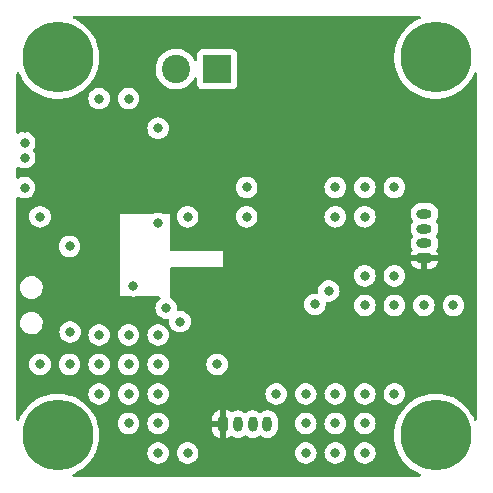
<source format=gbr>
%TF.GenerationSoftware,KiCad,Pcbnew,(6.0.0-rc1-124-g18b4ebcc17)*%
%TF.CreationDate,2021-11-25T20:10:52+05:30*%
%TF.ProjectId,Europa,4575726f-7061-42e6-9b69-6361645f7063,rev?*%
%TF.SameCoordinates,Original*%
%TF.FileFunction,Copper,L3,Inr*%
%TF.FilePolarity,Positive*%
%FSLAX46Y46*%
G04 Gerber Fmt 4.6, Leading zero omitted, Abs format (unit mm)*
G04 Created by KiCad (PCBNEW (6.0.0-rc1-124-g18b4ebcc17)) date 2021-11-25 20:10:52*
%MOMM*%
%LPD*%
G01*
G04 APERTURE LIST*
G04 Aperture macros list*
%AMRoundRect*
0 Rectangle with rounded corners*
0 $1 Rounding radius*
0 $2 $3 $4 $5 $6 $7 $8 $9 X,Y pos of 4 corners*
0 Add a 4 corners polygon primitive as box body*
4,1,4,$2,$3,$4,$5,$6,$7,$8,$9,$2,$3,0*
0 Add four circle primitives for the rounded corners*
1,1,$1+$1,$2,$3*
1,1,$1+$1,$4,$5*
1,1,$1+$1,$6,$7*
1,1,$1+$1,$8,$9*
0 Add four rect primitives between the rounded corners*
20,1,$1+$1,$2,$3,$4,$5,0*
20,1,$1+$1,$4,$5,$6,$7,0*
20,1,$1+$1,$6,$7,$8,$9,0*
20,1,$1+$1,$8,$9,$2,$3,0*%
G04 Aperture macros list end*
%TA.AperFunction,ComponentPad*%
%ADD10C,0.800000*%
%TD*%
%TA.AperFunction,ComponentPad*%
%ADD11C,6.000000*%
%TD*%
%TA.AperFunction,ComponentPad*%
%ADD12RoundRect,0.200000X-0.200000X-0.450000X0.200000X-0.450000X0.200000X0.450000X-0.200000X0.450000X0*%
%TD*%
%TA.AperFunction,ComponentPad*%
%ADD13O,0.800000X1.300000*%
%TD*%
%TA.AperFunction,ComponentPad*%
%ADD14R,2.400000X2.400000*%
%TD*%
%TA.AperFunction,ComponentPad*%
%ADD15C,2.400000*%
%TD*%
%TA.AperFunction,ComponentPad*%
%ADD16RoundRect,0.200000X0.450000X-0.200000X0.450000X0.200000X-0.450000X0.200000X-0.450000X-0.200000X0*%
%TD*%
%TA.AperFunction,ComponentPad*%
%ADD17O,1.300000X0.800000*%
%TD*%
%TA.AperFunction,ViaPad*%
%ADD18C,0.800000*%
%TD*%
G04 APERTURE END LIST*
D10*
%TO.N,GND*%
%TO.C,H1*%
X36250000Y-34000000D03*
X31750000Y-34000000D03*
X35590990Y-32409010D03*
X35590990Y-35590990D03*
X32409010Y-32409010D03*
X32409010Y-35590990D03*
X34000000Y-36250000D03*
D11*
X34000000Y-34000000D03*
D10*
X34000000Y-31750000D03*
%TD*%
%TO.N,GND*%
%TO.C,H2*%
X35590990Y-67590990D03*
X31750000Y-66000000D03*
X32409010Y-64409010D03*
D11*
X34000000Y-66000000D03*
D10*
X32409010Y-67590990D03*
X34000000Y-63750000D03*
X36250000Y-66000000D03*
X35590990Y-64409010D03*
X34000000Y-68250000D03*
%TD*%
%TO.N,GND*%
%TO.C,H3*%
X66000000Y-63750000D03*
X67590990Y-64409010D03*
X68250000Y-66000000D03*
X63750000Y-66000000D03*
X67590990Y-67590990D03*
X64409010Y-67590990D03*
X66000000Y-68250000D03*
X64409010Y-64409010D03*
D11*
X66000000Y-66000000D03*
%TD*%
D10*
%TO.N,GND*%
%TO.C,H4*%
X67590990Y-32409010D03*
X67590990Y-35590990D03*
X66000000Y-31750000D03*
X64409010Y-35590990D03*
X66000000Y-36250000D03*
X64409010Y-32409010D03*
X63750000Y-34000000D03*
D11*
X66000000Y-34000000D03*
D10*
X68250000Y-34000000D03*
%TD*%
D12*
%TO.N,+3V3*%
%TO.C,J4*%
X48000000Y-65050000D03*
D13*
%TO.N,USART1_RX*%
X49250000Y-65050000D03*
%TO.N,USART1_TX*%
X50500000Y-65050000D03*
%TO.N,GND*%
X51750000Y-65050000D03*
%TD*%
D14*
%TO.N,Net-(F1-Pad2)*%
%TO.C,J1*%
X47500000Y-35000000D03*
D15*
%TO.N,GND*%
X44000000Y-35000000D03*
%TD*%
D16*
%TO.N,+3V3*%
%TO.C,J2*%
X65050000Y-51000000D03*
D17*
%TO.N,I2C1_SCL*%
X65050000Y-49750000D03*
%TO.N,I2C1_SDA*%
X65050000Y-48500000D03*
%TO.N,GND*%
X65050000Y-47250000D03*
%TD*%
D18*
%TO.N,+3V3*%
X40300000Y-34400000D03*
X45600000Y-52475000D03*
X44350000Y-52500000D03*
X56950000Y-52225000D03*
X56950000Y-51050000D03*
X35100000Y-52750000D03*
X31190000Y-39960000D03*
X68550000Y-61150000D03*
X61000000Y-41000000D03*
X67000000Y-42000000D03*
X68000000Y-42000000D03*
X61000000Y-39000000D03*
X66000000Y-42000000D03*
X56000000Y-39000000D03*
X62000000Y-38000000D03*
X63000000Y-41000000D03*
X59000000Y-39000000D03*
X59000000Y-38000000D03*
X60000000Y-39000000D03*
X63000000Y-42000000D03*
X65000000Y-40000000D03*
X61000000Y-40000000D03*
X60000000Y-38000000D03*
X62000000Y-40000000D03*
X57000000Y-38000000D03*
X61000000Y-38000000D03*
X56000000Y-38000000D03*
X64000000Y-42000000D03*
X66000000Y-41000000D03*
X68000000Y-40000000D03*
X63000000Y-40000000D03*
X67000000Y-41000000D03*
X57000000Y-39000000D03*
X65000000Y-41000000D03*
X62000000Y-39000000D03*
X64000000Y-40000000D03*
X68000000Y-41000000D03*
X65000000Y-42000000D03*
X61000000Y-42000000D03*
X67000000Y-40000000D03*
X58000000Y-39000000D03*
X62000000Y-41000000D03*
X64000000Y-41000000D03*
X62000000Y-42000000D03*
X66000000Y-40000000D03*
X58000000Y-38000000D03*
%TO.N,GND*%
X40400000Y-53350000D03*
X56950000Y-53775000D03*
X43175000Y-55225000D03*
X44350000Y-56375000D03*
X60000000Y-55000000D03*
X62500000Y-55000000D03*
X65000000Y-55000000D03*
X67500000Y-55000000D03*
X62500000Y-52500000D03*
X60000000Y-52500000D03*
X35050000Y-57250000D03*
X31190000Y-45040000D03*
X31200000Y-42500000D03*
X31200000Y-41225000D03*
X37500000Y-60000000D03*
X55000000Y-67500000D03*
X40000000Y-37500000D03*
X57500000Y-45000000D03*
X62500000Y-62500000D03*
X42500000Y-60000000D03*
X35000000Y-50000000D03*
X32500000Y-47500000D03*
X40000000Y-60000000D03*
X35000000Y-60000000D03*
X47500000Y-60000000D03*
X60000000Y-65000000D03*
X60000000Y-47500000D03*
X42500000Y-65000000D03*
X57500000Y-67500000D03*
X57500000Y-65000000D03*
X45000000Y-67500000D03*
X50000000Y-47500000D03*
X42500000Y-57500000D03*
X37500000Y-37500000D03*
X40000000Y-62500000D03*
X60000000Y-45000000D03*
X42500000Y-62500000D03*
X40000000Y-65000000D03*
X40000000Y-57500000D03*
X42500000Y-48050000D03*
X55775000Y-54925000D03*
X57500000Y-62500000D03*
X55000000Y-62500000D03*
X32500000Y-60000000D03*
X37500000Y-57500000D03*
X62500000Y-45000000D03*
X60000000Y-62500000D03*
X57500000Y-47500000D03*
X42500000Y-67500000D03*
X37500000Y-62500000D03*
X60000000Y-67500000D03*
X50000000Y-45000000D03*
X45000000Y-47500000D03*
X52500000Y-62500000D03*
X42500000Y-40000000D03*
X55000000Y-65000000D03*
%TD*%
%TA.AperFunction,Conductor*%
%TO.N,+3V3*%
G36*
X64695040Y-30528002D02*
G01*
X64741533Y-30581658D01*
X64751637Y-30651932D01*
X64722143Y-30716512D01*
X64672073Y-30751631D01*
X64571006Y-30790427D01*
X64568066Y-30791925D01*
X64246284Y-30955881D01*
X64246277Y-30955885D01*
X64243343Y-30957380D01*
X63934925Y-31157668D01*
X63649133Y-31389098D01*
X63389098Y-31649133D01*
X63157668Y-31934925D01*
X62957380Y-32243343D01*
X62790427Y-32571006D01*
X62658639Y-32914326D01*
X62563459Y-33269541D01*
X62535840Y-33443919D01*
X62523519Y-33521715D01*
X62505931Y-33632759D01*
X62486685Y-34000000D01*
X62505931Y-34367241D01*
X62506444Y-34370481D01*
X62506445Y-34370489D01*
X62532888Y-34537442D01*
X62563459Y-34730459D01*
X62658639Y-35085674D01*
X62790427Y-35428994D01*
X62791925Y-35431934D01*
X62936943Y-35716547D01*
X62957380Y-35756657D01*
X62959176Y-35759423D01*
X62959178Y-35759426D01*
X62999452Y-35821442D01*
X63157668Y-36065075D01*
X63389098Y-36350867D01*
X63649133Y-36610902D01*
X63934925Y-36842332D01*
X64243342Y-37042620D01*
X64246276Y-37044115D01*
X64246283Y-37044119D01*
X64400549Y-37122721D01*
X64571006Y-37209573D01*
X64914326Y-37341361D01*
X65269541Y-37436541D01*
X65462558Y-37467112D01*
X65629511Y-37493555D01*
X65629519Y-37493556D01*
X65632759Y-37494069D01*
X66000000Y-37513315D01*
X66367241Y-37494069D01*
X66370481Y-37493556D01*
X66370489Y-37493555D01*
X66537442Y-37467112D01*
X66730459Y-37436541D01*
X67085674Y-37341361D01*
X67428994Y-37209573D01*
X67599451Y-37122721D01*
X67753717Y-37044119D01*
X67753724Y-37044115D01*
X67756658Y-37042620D01*
X68065075Y-36842332D01*
X68350867Y-36610902D01*
X68610902Y-36350867D01*
X68842332Y-36065075D01*
X69000548Y-35821442D01*
X69040822Y-35759426D01*
X69040824Y-35759423D01*
X69042620Y-35756657D01*
X69063058Y-35716547D01*
X69208075Y-35431934D01*
X69209573Y-35428994D01*
X69248369Y-35327927D01*
X69291455Y-35271499D01*
X69358208Y-35247322D01*
X69427435Y-35263073D01*
X69477157Y-35313751D01*
X69492000Y-35373081D01*
X69492000Y-64626919D01*
X69471998Y-64695040D01*
X69418342Y-64741533D01*
X69348068Y-64751637D01*
X69283488Y-64722143D01*
X69248369Y-64672073D01*
X69210757Y-64574091D01*
X69209573Y-64571006D01*
X69078498Y-64313757D01*
X69044119Y-64246284D01*
X69044115Y-64246277D01*
X69042620Y-64243343D01*
X68944904Y-64092872D01*
X68844134Y-63937700D01*
X68842332Y-63934925D01*
X68610902Y-63649133D01*
X68350867Y-63389098D01*
X68065075Y-63157668D01*
X67756658Y-62957380D01*
X67753724Y-62955885D01*
X67753717Y-62955881D01*
X67431934Y-62791925D01*
X67428994Y-62790427D01*
X67085674Y-62658639D01*
X66730459Y-62563459D01*
X66537442Y-62532888D01*
X66370489Y-62506445D01*
X66370481Y-62506444D01*
X66367241Y-62505931D01*
X66000000Y-62486685D01*
X65632759Y-62505931D01*
X65629519Y-62506444D01*
X65629511Y-62506445D01*
X65462558Y-62532888D01*
X65269541Y-62563459D01*
X64914326Y-62658639D01*
X64571006Y-62790427D01*
X64568066Y-62791925D01*
X64246284Y-62955881D01*
X64246277Y-62955885D01*
X64243343Y-62957380D01*
X64240577Y-62959176D01*
X64240574Y-62959178D01*
X64113267Y-63041852D01*
X63934925Y-63157668D01*
X63649133Y-63389098D01*
X63389098Y-63649133D01*
X63157668Y-63934925D01*
X63155866Y-63937700D01*
X63055097Y-64092872D01*
X62957380Y-64243343D01*
X62955885Y-64246277D01*
X62955881Y-64246284D01*
X62921502Y-64313757D01*
X62790427Y-64571006D01*
X62658639Y-64914326D01*
X62563459Y-65269541D01*
X62546395Y-65377279D01*
X62507427Y-65623315D01*
X62505931Y-65632759D01*
X62486685Y-66000000D01*
X62505931Y-66367241D01*
X62563459Y-66730459D01*
X62658639Y-67085674D01*
X62790427Y-67428994D01*
X62791925Y-67431934D01*
X62926579Y-67696206D01*
X62957380Y-67756657D01*
X63157668Y-68065075D01*
X63389098Y-68350867D01*
X63649133Y-68610902D01*
X63934925Y-68842332D01*
X64243342Y-69042620D01*
X64246276Y-69044115D01*
X64246283Y-69044119D01*
X64568066Y-69208075D01*
X64571006Y-69209573D01*
X64647658Y-69238997D01*
X64672073Y-69248369D01*
X64728501Y-69291455D01*
X64752678Y-69358208D01*
X64736927Y-69427435D01*
X64686249Y-69477157D01*
X64626919Y-69492000D01*
X35373081Y-69492000D01*
X35304960Y-69471998D01*
X35258467Y-69418342D01*
X35248363Y-69348068D01*
X35277857Y-69283488D01*
X35327927Y-69248369D01*
X35352342Y-69238997D01*
X35428994Y-69209573D01*
X35431934Y-69208075D01*
X35753717Y-69044119D01*
X35753724Y-69044115D01*
X35756658Y-69042620D01*
X36065075Y-68842332D01*
X36350867Y-68610902D01*
X36610902Y-68350867D01*
X36842332Y-68065075D01*
X37042620Y-67756657D01*
X37073422Y-67696206D01*
X37173394Y-67500000D01*
X41586496Y-67500000D01*
X41587186Y-67506565D01*
X41591047Y-67543296D01*
X41606458Y-67689928D01*
X41665473Y-67871556D01*
X41760960Y-68036944D01*
X41765378Y-68041851D01*
X41765379Y-68041852D01*
X41786289Y-68065075D01*
X41888747Y-68178866D01*
X42043248Y-68291118D01*
X42049276Y-68293802D01*
X42049278Y-68293803D01*
X42211681Y-68366109D01*
X42217712Y-68368794D01*
X42311113Y-68388647D01*
X42398056Y-68407128D01*
X42398061Y-68407128D01*
X42404513Y-68408500D01*
X42595487Y-68408500D01*
X42601939Y-68407128D01*
X42601944Y-68407128D01*
X42688887Y-68388647D01*
X42782288Y-68368794D01*
X42788319Y-68366109D01*
X42950722Y-68293803D01*
X42950724Y-68293802D01*
X42956752Y-68291118D01*
X43111253Y-68178866D01*
X43213711Y-68065075D01*
X43234621Y-68041852D01*
X43234622Y-68041851D01*
X43239040Y-68036944D01*
X43334527Y-67871556D01*
X43393542Y-67689928D01*
X43408954Y-67543296D01*
X43412814Y-67506565D01*
X43413504Y-67500000D01*
X44086496Y-67500000D01*
X44087186Y-67506565D01*
X44091047Y-67543296D01*
X44106458Y-67689928D01*
X44165473Y-67871556D01*
X44260960Y-68036944D01*
X44265378Y-68041851D01*
X44265379Y-68041852D01*
X44286289Y-68065075D01*
X44388747Y-68178866D01*
X44543248Y-68291118D01*
X44549276Y-68293802D01*
X44549278Y-68293803D01*
X44711681Y-68366109D01*
X44717712Y-68368794D01*
X44811113Y-68388647D01*
X44898056Y-68407128D01*
X44898061Y-68407128D01*
X44904513Y-68408500D01*
X45095487Y-68408500D01*
X45101939Y-68407128D01*
X45101944Y-68407128D01*
X45188887Y-68388647D01*
X45282288Y-68368794D01*
X45288319Y-68366109D01*
X45450722Y-68293803D01*
X45450724Y-68293802D01*
X45456752Y-68291118D01*
X45611253Y-68178866D01*
X45713711Y-68065075D01*
X45734621Y-68041852D01*
X45734622Y-68041851D01*
X45739040Y-68036944D01*
X45834527Y-67871556D01*
X45893542Y-67689928D01*
X45908954Y-67543296D01*
X45912814Y-67506565D01*
X45913504Y-67500000D01*
X54086496Y-67500000D01*
X54087186Y-67506565D01*
X54091047Y-67543296D01*
X54106458Y-67689928D01*
X54165473Y-67871556D01*
X54260960Y-68036944D01*
X54265378Y-68041851D01*
X54265379Y-68041852D01*
X54286289Y-68065075D01*
X54388747Y-68178866D01*
X54543248Y-68291118D01*
X54549276Y-68293802D01*
X54549278Y-68293803D01*
X54711681Y-68366109D01*
X54717712Y-68368794D01*
X54811113Y-68388647D01*
X54898056Y-68407128D01*
X54898061Y-68407128D01*
X54904513Y-68408500D01*
X55095487Y-68408500D01*
X55101939Y-68407128D01*
X55101944Y-68407128D01*
X55188887Y-68388647D01*
X55282288Y-68368794D01*
X55288319Y-68366109D01*
X55450722Y-68293803D01*
X55450724Y-68293802D01*
X55456752Y-68291118D01*
X55611253Y-68178866D01*
X55713711Y-68065075D01*
X55734621Y-68041852D01*
X55734622Y-68041851D01*
X55739040Y-68036944D01*
X55834527Y-67871556D01*
X55893542Y-67689928D01*
X55908954Y-67543296D01*
X55912814Y-67506565D01*
X55913504Y-67500000D01*
X56586496Y-67500000D01*
X56587186Y-67506565D01*
X56591047Y-67543296D01*
X56606458Y-67689928D01*
X56665473Y-67871556D01*
X56760960Y-68036944D01*
X56765378Y-68041851D01*
X56765379Y-68041852D01*
X56786289Y-68065075D01*
X56888747Y-68178866D01*
X57043248Y-68291118D01*
X57049276Y-68293802D01*
X57049278Y-68293803D01*
X57211681Y-68366109D01*
X57217712Y-68368794D01*
X57311113Y-68388647D01*
X57398056Y-68407128D01*
X57398061Y-68407128D01*
X57404513Y-68408500D01*
X57595487Y-68408500D01*
X57601939Y-68407128D01*
X57601944Y-68407128D01*
X57688887Y-68388647D01*
X57782288Y-68368794D01*
X57788319Y-68366109D01*
X57950722Y-68293803D01*
X57950724Y-68293802D01*
X57956752Y-68291118D01*
X58111253Y-68178866D01*
X58213711Y-68065075D01*
X58234621Y-68041852D01*
X58234622Y-68041851D01*
X58239040Y-68036944D01*
X58334527Y-67871556D01*
X58393542Y-67689928D01*
X58408954Y-67543296D01*
X58412814Y-67506565D01*
X58413504Y-67500000D01*
X59086496Y-67500000D01*
X59087186Y-67506565D01*
X59091047Y-67543296D01*
X59106458Y-67689928D01*
X59165473Y-67871556D01*
X59260960Y-68036944D01*
X59265378Y-68041851D01*
X59265379Y-68041852D01*
X59286289Y-68065075D01*
X59388747Y-68178866D01*
X59543248Y-68291118D01*
X59549276Y-68293802D01*
X59549278Y-68293803D01*
X59711681Y-68366109D01*
X59717712Y-68368794D01*
X59811113Y-68388647D01*
X59898056Y-68407128D01*
X59898061Y-68407128D01*
X59904513Y-68408500D01*
X60095487Y-68408500D01*
X60101939Y-68407128D01*
X60101944Y-68407128D01*
X60188887Y-68388647D01*
X60282288Y-68368794D01*
X60288319Y-68366109D01*
X60450722Y-68293803D01*
X60450724Y-68293802D01*
X60456752Y-68291118D01*
X60611253Y-68178866D01*
X60713711Y-68065075D01*
X60734621Y-68041852D01*
X60734622Y-68041851D01*
X60739040Y-68036944D01*
X60834527Y-67871556D01*
X60893542Y-67689928D01*
X60908954Y-67543296D01*
X60912814Y-67506565D01*
X60913504Y-67500000D01*
X60893542Y-67310072D01*
X60834527Y-67128444D01*
X60739040Y-66963056D01*
X60611253Y-66821134D01*
X60456752Y-66708882D01*
X60450724Y-66706198D01*
X60450722Y-66706197D01*
X60288319Y-66633891D01*
X60288318Y-66633891D01*
X60282288Y-66631206D01*
X60188887Y-66611353D01*
X60101944Y-66592872D01*
X60101939Y-66592872D01*
X60095487Y-66591500D01*
X59904513Y-66591500D01*
X59898061Y-66592872D01*
X59898056Y-66592872D01*
X59811113Y-66611353D01*
X59717712Y-66631206D01*
X59711682Y-66633891D01*
X59711681Y-66633891D01*
X59549278Y-66706197D01*
X59549276Y-66706198D01*
X59543248Y-66708882D01*
X59388747Y-66821134D01*
X59260960Y-66963056D01*
X59165473Y-67128444D01*
X59106458Y-67310072D01*
X59086496Y-67500000D01*
X58413504Y-67500000D01*
X58393542Y-67310072D01*
X58334527Y-67128444D01*
X58239040Y-66963056D01*
X58111253Y-66821134D01*
X57956752Y-66708882D01*
X57950724Y-66706198D01*
X57950722Y-66706197D01*
X57788319Y-66633891D01*
X57788318Y-66633891D01*
X57782288Y-66631206D01*
X57688887Y-66611353D01*
X57601944Y-66592872D01*
X57601939Y-66592872D01*
X57595487Y-66591500D01*
X57404513Y-66591500D01*
X57398061Y-66592872D01*
X57398056Y-66592872D01*
X57311113Y-66611353D01*
X57217712Y-66631206D01*
X57211682Y-66633891D01*
X57211681Y-66633891D01*
X57049278Y-66706197D01*
X57049276Y-66706198D01*
X57043248Y-66708882D01*
X56888747Y-66821134D01*
X56760960Y-66963056D01*
X56665473Y-67128444D01*
X56606458Y-67310072D01*
X56586496Y-67500000D01*
X55913504Y-67500000D01*
X55893542Y-67310072D01*
X55834527Y-67128444D01*
X55739040Y-66963056D01*
X55611253Y-66821134D01*
X55456752Y-66708882D01*
X55450724Y-66706198D01*
X55450722Y-66706197D01*
X55288319Y-66633891D01*
X55288318Y-66633891D01*
X55282288Y-66631206D01*
X55188887Y-66611353D01*
X55101944Y-66592872D01*
X55101939Y-66592872D01*
X55095487Y-66591500D01*
X54904513Y-66591500D01*
X54898061Y-66592872D01*
X54898056Y-66592872D01*
X54811113Y-66611353D01*
X54717712Y-66631206D01*
X54711682Y-66633891D01*
X54711681Y-66633891D01*
X54549278Y-66706197D01*
X54549276Y-66706198D01*
X54543248Y-66708882D01*
X54388747Y-66821134D01*
X54260960Y-66963056D01*
X54165473Y-67128444D01*
X54106458Y-67310072D01*
X54086496Y-67500000D01*
X45913504Y-67500000D01*
X45893542Y-67310072D01*
X45834527Y-67128444D01*
X45739040Y-66963056D01*
X45611253Y-66821134D01*
X45456752Y-66708882D01*
X45450724Y-66706198D01*
X45450722Y-66706197D01*
X45288319Y-66633891D01*
X45288318Y-66633891D01*
X45282288Y-66631206D01*
X45188887Y-66611353D01*
X45101944Y-66592872D01*
X45101939Y-66592872D01*
X45095487Y-66591500D01*
X44904513Y-66591500D01*
X44898061Y-66592872D01*
X44898056Y-66592872D01*
X44811113Y-66611353D01*
X44717712Y-66631206D01*
X44711682Y-66633891D01*
X44711681Y-66633891D01*
X44549278Y-66706197D01*
X44549276Y-66706198D01*
X44543248Y-66708882D01*
X44388747Y-66821134D01*
X44260960Y-66963056D01*
X44165473Y-67128444D01*
X44106458Y-67310072D01*
X44086496Y-67500000D01*
X43413504Y-67500000D01*
X43393542Y-67310072D01*
X43334527Y-67128444D01*
X43239040Y-66963056D01*
X43111253Y-66821134D01*
X42956752Y-66708882D01*
X42950724Y-66706198D01*
X42950722Y-66706197D01*
X42788319Y-66633891D01*
X42788318Y-66633891D01*
X42782288Y-66631206D01*
X42688887Y-66611353D01*
X42601944Y-66592872D01*
X42601939Y-66592872D01*
X42595487Y-66591500D01*
X42404513Y-66591500D01*
X42398061Y-66592872D01*
X42398056Y-66592872D01*
X42311113Y-66611353D01*
X42217712Y-66631206D01*
X42211682Y-66633891D01*
X42211681Y-66633891D01*
X42049278Y-66706197D01*
X42049276Y-66706198D01*
X42043248Y-66708882D01*
X41888747Y-66821134D01*
X41760960Y-66963056D01*
X41665473Y-67128444D01*
X41606458Y-67310072D01*
X41586496Y-67500000D01*
X37173394Y-67500000D01*
X37208075Y-67431934D01*
X37209573Y-67428994D01*
X37341361Y-67085674D01*
X37436541Y-66730459D01*
X37494069Y-66367241D01*
X37513315Y-66000000D01*
X37494069Y-65632759D01*
X37492574Y-65623315D01*
X37453605Y-65377279D01*
X37436541Y-65269541D01*
X37364317Y-65000000D01*
X39086496Y-65000000D01*
X39106458Y-65189928D01*
X39165473Y-65371556D01*
X39260960Y-65536944D01*
X39265378Y-65541851D01*
X39265379Y-65541852D01*
X39347232Y-65632759D01*
X39388747Y-65678866D01*
X39543248Y-65791118D01*
X39549276Y-65793802D01*
X39549278Y-65793803D01*
X39563170Y-65799988D01*
X39717712Y-65868794D01*
X39811112Y-65888647D01*
X39898056Y-65907128D01*
X39898061Y-65907128D01*
X39904513Y-65908500D01*
X40095487Y-65908500D01*
X40101939Y-65907128D01*
X40101944Y-65907128D01*
X40188888Y-65888647D01*
X40282288Y-65868794D01*
X40436830Y-65799988D01*
X40450722Y-65793803D01*
X40450724Y-65793802D01*
X40456752Y-65791118D01*
X40611253Y-65678866D01*
X40652768Y-65632759D01*
X40734621Y-65541852D01*
X40734622Y-65541851D01*
X40739040Y-65536944D01*
X40834527Y-65371556D01*
X40893542Y-65189928D01*
X40913504Y-65000000D01*
X41586496Y-65000000D01*
X41606458Y-65189928D01*
X41665473Y-65371556D01*
X41760960Y-65536944D01*
X41765378Y-65541851D01*
X41765379Y-65541852D01*
X41847232Y-65632759D01*
X41888747Y-65678866D01*
X42043248Y-65791118D01*
X42049276Y-65793802D01*
X42049278Y-65793803D01*
X42063170Y-65799988D01*
X42217712Y-65868794D01*
X42311112Y-65888647D01*
X42398056Y-65907128D01*
X42398061Y-65907128D01*
X42404513Y-65908500D01*
X42595487Y-65908500D01*
X42601939Y-65907128D01*
X42601944Y-65907128D01*
X42688888Y-65888647D01*
X42782288Y-65868794D01*
X42936830Y-65799988D01*
X42950722Y-65793803D01*
X42950724Y-65793802D01*
X42956752Y-65791118D01*
X43111253Y-65678866D01*
X43152768Y-65632759D01*
X43223949Y-65553705D01*
X47092001Y-65553705D01*
X47092264Y-65559454D01*
X47098132Y-65623315D01*
X47100743Y-65636351D01*
X47147715Y-65786243D01*
X47153921Y-65799988D01*
X47234824Y-65933574D01*
X47244131Y-65945443D01*
X47354557Y-66055869D01*
X47366426Y-66065176D01*
X47500012Y-66146079D01*
X47513757Y-66152285D01*
X47663644Y-66199256D01*
X47676694Y-66201869D01*
X47731586Y-66206913D01*
X47743124Y-66203525D01*
X47744329Y-66202135D01*
X47746000Y-66194452D01*
X47746000Y-66189884D01*
X48254000Y-66189884D01*
X48258475Y-66205123D01*
X48259865Y-66206328D01*
X48264294Y-66207291D01*
X48323315Y-66201868D01*
X48336351Y-66199257D01*
X48486243Y-66152285D01*
X48499988Y-66146079D01*
X48629578Y-66067596D01*
X48698208Y-66049417D01*
X48768911Y-66073436D01*
X48793248Y-66091118D01*
X48799276Y-66093802D01*
X48799278Y-66093803D01*
X48916693Y-66146079D01*
X48967712Y-66168794D01*
X49061113Y-66188647D01*
X49148056Y-66207128D01*
X49148061Y-66207128D01*
X49154513Y-66208500D01*
X49345487Y-66208500D01*
X49351939Y-66207128D01*
X49351944Y-66207128D01*
X49438887Y-66188647D01*
X49532288Y-66168794D01*
X49583307Y-66146079D01*
X49700722Y-66093803D01*
X49700724Y-66093802D01*
X49706752Y-66091118D01*
X49800939Y-66022687D01*
X49867807Y-65998828D01*
X49936958Y-66014909D01*
X49949061Y-66022687D01*
X50043248Y-66091118D01*
X50049276Y-66093802D01*
X50049278Y-66093803D01*
X50166693Y-66146079D01*
X50217712Y-66168794D01*
X50311113Y-66188647D01*
X50398056Y-66207128D01*
X50398061Y-66207128D01*
X50404513Y-66208500D01*
X50595487Y-66208500D01*
X50601939Y-66207128D01*
X50601944Y-66207128D01*
X50688887Y-66188647D01*
X50782288Y-66168794D01*
X50833307Y-66146079D01*
X50950722Y-66093803D01*
X50950724Y-66093802D01*
X50956752Y-66091118D01*
X51050939Y-66022687D01*
X51117807Y-65998828D01*
X51186958Y-66014909D01*
X51199061Y-66022687D01*
X51293248Y-66091118D01*
X51299276Y-66093802D01*
X51299278Y-66093803D01*
X51416693Y-66146079D01*
X51467712Y-66168794D01*
X51561113Y-66188647D01*
X51648056Y-66207128D01*
X51648061Y-66207128D01*
X51654513Y-66208500D01*
X51845487Y-66208500D01*
X51851939Y-66207128D01*
X51851944Y-66207128D01*
X51938887Y-66188647D01*
X52032288Y-66168794D01*
X52083307Y-66146079D01*
X52200722Y-66093803D01*
X52200724Y-66093802D01*
X52206752Y-66091118D01*
X52361253Y-65978866D01*
X52489040Y-65836944D01*
X52584527Y-65671556D01*
X52643542Y-65489928D01*
X52658500Y-65347610D01*
X52658500Y-65000000D01*
X54086496Y-65000000D01*
X54106458Y-65189928D01*
X54165473Y-65371556D01*
X54260960Y-65536944D01*
X54265378Y-65541851D01*
X54265379Y-65541852D01*
X54347232Y-65632759D01*
X54388747Y-65678866D01*
X54543248Y-65791118D01*
X54549276Y-65793802D01*
X54549278Y-65793803D01*
X54563170Y-65799988D01*
X54717712Y-65868794D01*
X54811112Y-65888647D01*
X54898056Y-65907128D01*
X54898061Y-65907128D01*
X54904513Y-65908500D01*
X55095487Y-65908500D01*
X55101939Y-65907128D01*
X55101944Y-65907128D01*
X55188888Y-65888647D01*
X55282288Y-65868794D01*
X55436830Y-65799988D01*
X55450722Y-65793803D01*
X55450724Y-65793802D01*
X55456752Y-65791118D01*
X55611253Y-65678866D01*
X55652768Y-65632759D01*
X55734621Y-65541852D01*
X55734622Y-65541851D01*
X55739040Y-65536944D01*
X55834527Y-65371556D01*
X55893542Y-65189928D01*
X55913504Y-65000000D01*
X56586496Y-65000000D01*
X56606458Y-65189928D01*
X56665473Y-65371556D01*
X56760960Y-65536944D01*
X56765378Y-65541851D01*
X56765379Y-65541852D01*
X56847232Y-65632759D01*
X56888747Y-65678866D01*
X57043248Y-65791118D01*
X57049276Y-65793802D01*
X57049278Y-65793803D01*
X57063170Y-65799988D01*
X57217712Y-65868794D01*
X57311112Y-65888647D01*
X57398056Y-65907128D01*
X57398061Y-65907128D01*
X57404513Y-65908500D01*
X57595487Y-65908500D01*
X57601939Y-65907128D01*
X57601944Y-65907128D01*
X57688888Y-65888647D01*
X57782288Y-65868794D01*
X57936830Y-65799988D01*
X57950722Y-65793803D01*
X57950724Y-65793802D01*
X57956752Y-65791118D01*
X58111253Y-65678866D01*
X58152768Y-65632759D01*
X58234621Y-65541852D01*
X58234622Y-65541851D01*
X58239040Y-65536944D01*
X58334527Y-65371556D01*
X58393542Y-65189928D01*
X58413504Y-65000000D01*
X59086496Y-65000000D01*
X59106458Y-65189928D01*
X59165473Y-65371556D01*
X59260960Y-65536944D01*
X59265378Y-65541851D01*
X59265379Y-65541852D01*
X59347232Y-65632759D01*
X59388747Y-65678866D01*
X59543248Y-65791118D01*
X59549276Y-65793802D01*
X59549278Y-65793803D01*
X59563170Y-65799988D01*
X59717712Y-65868794D01*
X59811112Y-65888647D01*
X59898056Y-65907128D01*
X59898061Y-65907128D01*
X59904513Y-65908500D01*
X60095487Y-65908500D01*
X60101939Y-65907128D01*
X60101944Y-65907128D01*
X60188888Y-65888647D01*
X60282288Y-65868794D01*
X60436830Y-65799988D01*
X60450722Y-65793803D01*
X60450724Y-65793802D01*
X60456752Y-65791118D01*
X60611253Y-65678866D01*
X60652768Y-65632759D01*
X60734621Y-65541852D01*
X60734622Y-65541851D01*
X60739040Y-65536944D01*
X60834527Y-65371556D01*
X60893542Y-65189928D01*
X60913504Y-65000000D01*
X60904835Y-64917519D01*
X60894232Y-64816635D01*
X60894232Y-64816633D01*
X60893542Y-64810072D01*
X60834527Y-64628444D01*
X60739040Y-64463056D01*
X60611253Y-64321134D01*
X60456752Y-64208882D01*
X60450724Y-64206198D01*
X60450722Y-64206197D01*
X60288319Y-64133891D01*
X60288318Y-64133891D01*
X60282288Y-64131206D01*
X60188888Y-64111353D01*
X60101944Y-64092872D01*
X60101939Y-64092872D01*
X60095487Y-64091500D01*
X59904513Y-64091500D01*
X59898061Y-64092872D01*
X59898056Y-64092872D01*
X59811112Y-64111353D01*
X59717712Y-64131206D01*
X59711682Y-64133891D01*
X59711681Y-64133891D01*
X59549278Y-64206197D01*
X59549276Y-64206198D01*
X59543248Y-64208882D01*
X59388747Y-64321134D01*
X59260960Y-64463056D01*
X59165473Y-64628444D01*
X59106458Y-64810072D01*
X59105768Y-64816633D01*
X59105768Y-64816635D01*
X59095165Y-64917519D01*
X59086496Y-65000000D01*
X58413504Y-65000000D01*
X58404835Y-64917519D01*
X58394232Y-64816635D01*
X58394232Y-64816633D01*
X58393542Y-64810072D01*
X58334527Y-64628444D01*
X58239040Y-64463056D01*
X58111253Y-64321134D01*
X57956752Y-64208882D01*
X57950724Y-64206198D01*
X57950722Y-64206197D01*
X57788319Y-64133891D01*
X57788318Y-64133891D01*
X57782288Y-64131206D01*
X57688888Y-64111353D01*
X57601944Y-64092872D01*
X57601939Y-64092872D01*
X57595487Y-64091500D01*
X57404513Y-64091500D01*
X57398061Y-64092872D01*
X57398056Y-64092872D01*
X57311112Y-64111353D01*
X57217712Y-64131206D01*
X57211682Y-64133891D01*
X57211681Y-64133891D01*
X57049278Y-64206197D01*
X57049276Y-64206198D01*
X57043248Y-64208882D01*
X56888747Y-64321134D01*
X56760960Y-64463056D01*
X56665473Y-64628444D01*
X56606458Y-64810072D01*
X56605768Y-64816633D01*
X56605768Y-64816635D01*
X56595165Y-64917519D01*
X56586496Y-65000000D01*
X55913504Y-65000000D01*
X55904835Y-64917519D01*
X55894232Y-64816635D01*
X55894232Y-64816633D01*
X55893542Y-64810072D01*
X55834527Y-64628444D01*
X55739040Y-64463056D01*
X55611253Y-64321134D01*
X55456752Y-64208882D01*
X55450724Y-64206198D01*
X55450722Y-64206197D01*
X55288319Y-64133891D01*
X55288318Y-64133891D01*
X55282288Y-64131206D01*
X55188888Y-64111353D01*
X55101944Y-64092872D01*
X55101939Y-64092872D01*
X55095487Y-64091500D01*
X54904513Y-64091500D01*
X54898061Y-64092872D01*
X54898056Y-64092872D01*
X54811112Y-64111353D01*
X54717712Y-64131206D01*
X54711682Y-64133891D01*
X54711681Y-64133891D01*
X54549278Y-64206197D01*
X54549276Y-64206198D01*
X54543248Y-64208882D01*
X54388747Y-64321134D01*
X54260960Y-64463056D01*
X54165473Y-64628444D01*
X54106458Y-64810072D01*
X54105768Y-64816633D01*
X54105768Y-64816635D01*
X54095165Y-64917519D01*
X54086496Y-65000000D01*
X52658500Y-65000000D01*
X52658500Y-64752390D01*
X52645313Y-64626919D01*
X52644232Y-64616635D01*
X52644232Y-64616633D01*
X52643542Y-64610072D01*
X52584527Y-64428444D01*
X52489040Y-64263056D01*
X52473939Y-64246284D01*
X52365675Y-64126045D01*
X52365674Y-64126044D01*
X52361253Y-64121134D01*
X52206752Y-64008882D01*
X52200724Y-64006198D01*
X52200722Y-64006197D01*
X52038319Y-63933891D01*
X52038318Y-63933891D01*
X52032288Y-63931206D01*
X51933068Y-63910116D01*
X51851944Y-63892872D01*
X51851939Y-63892872D01*
X51845487Y-63891500D01*
X51654513Y-63891500D01*
X51648061Y-63892872D01*
X51648056Y-63892872D01*
X51566932Y-63910116D01*
X51467712Y-63931206D01*
X51461682Y-63933891D01*
X51461681Y-63933891D01*
X51299278Y-64006197D01*
X51299276Y-64006198D01*
X51293248Y-64008882D01*
X51287907Y-64012762D01*
X51287906Y-64012763D01*
X51199061Y-64077313D01*
X51132193Y-64101172D01*
X51063042Y-64085091D01*
X51050939Y-64077313D01*
X50962094Y-64012763D01*
X50962093Y-64012762D01*
X50956752Y-64008882D01*
X50950724Y-64006198D01*
X50950722Y-64006197D01*
X50788319Y-63933891D01*
X50788318Y-63933891D01*
X50782288Y-63931206D01*
X50683068Y-63910116D01*
X50601944Y-63892872D01*
X50601939Y-63892872D01*
X50595487Y-63891500D01*
X50404513Y-63891500D01*
X50398061Y-63892872D01*
X50398056Y-63892872D01*
X50316932Y-63910116D01*
X50217712Y-63931206D01*
X50211682Y-63933891D01*
X50211681Y-63933891D01*
X50049278Y-64006197D01*
X50049276Y-64006198D01*
X50043248Y-64008882D01*
X50037907Y-64012762D01*
X50037906Y-64012763D01*
X49949061Y-64077313D01*
X49882193Y-64101172D01*
X49813042Y-64085091D01*
X49800939Y-64077313D01*
X49712094Y-64012763D01*
X49712093Y-64012762D01*
X49706752Y-64008882D01*
X49700724Y-64006198D01*
X49700722Y-64006197D01*
X49538319Y-63933891D01*
X49538318Y-63933891D01*
X49532288Y-63931206D01*
X49433068Y-63910116D01*
X49351944Y-63892872D01*
X49351939Y-63892872D01*
X49345487Y-63891500D01*
X49154513Y-63891500D01*
X49148061Y-63892872D01*
X49148056Y-63892872D01*
X49066932Y-63910116D01*
X48967712Y-63931206D01*
X48961682Y-63933891D01*
X48961681Y-63933891D01*
X48799278Y-64006197D01*
X48799276Y-64006198D01*
X48793248Y-64008882D01*
X48787907Y-64012762D01*
X48787906Y-64012763D01*
X48768911Y-64026564D01*
X48702044Y-64050422D01*
X48629578Y-64032404D01*
X48499988Y-63953921D01*
X48486243Y-63947715D01*
X48336356Y-63900744D01*
X48323306Y-63898131D01*
X48268414Y-63893087D01*
X48256876Y-63896475D01*
X48255671Y-63897865D01*
X48254000Y-63905548D01*
X48254000Y-66189884D01*
X47746000Y-66189884D01*
X47746000Y-65322115D01*
X47741525Y-65306876D01*
X47740135Y-65305671D01*
X47732452Y-65304000D01*
X47110116Y-65304000D01*
X47094877Y-65308475D01*
X47093672Y-65309865D01*
X47092001Y-65317548D01*
X47092001Y-65553705D01*
X43223949Y-65553705D01*
X43234621Y-65541852D01*
X43234622Y-65541851D01*
X43239040Y-65536944D01*
X43334527Y-65371556D01*
X43393542Y-65189928D01*
X43413504Y-65000000D01*
X43404835Y-64917519D01*
X43394232Y-64816635D01*
X43394232Y-64816633D01*
X43393542Y-64810072D01*
X43383084Y-64777885D01*
X47092000Y-64777885D01*
X47096475Y-64793124D01*
X47097865Y-64794329D01*
X47105548Y-64796000D01*
X47727885Y-64796000D01*
X47743124Y-64791525D01*
X47744329Y-64790135D01*
X47746000Y-64782452D01*
X47746000Y-63910116D01*
X47741525Y-63894877D01*
X47740135Y-63893672D01*
X47735706Y-63892709D01*
X47676685Y-63898132D01*
X47663649Y-63900743D01*
X47513757Y-63947715D01*
X47500012Y-63953921D01*
X47366426Y-64034824D01*
X47354557Y-64044131D01*
X47244131Y-64154557D01*
X47234824Y-64166426D01*
X47153921Y-64300012D01*
X47147715Y-64313757D01*
X47100744Y-64463644D01*
X47098131Y-64476694D01*
X47092266Y-64540521D01*
X47092000Y-64546309D01*
X47092000Y-64777885D01*
X43383084Y-64777885D01*
X43334527Y-64628444D01*
X43239040Y-64463056D01*
X43111253Y-64321134D01*
X42956752Y-64208882D01*
X42950724Y-64206198D01*
X42950722Y-64206197D01*
X42788319Y-64133891D01*
X42788318Y-64133891D01*
X42782288Y-64131206D01*
X42688888Y-64111353D01*
X42601944Y-64092872D01*
X42601939Y-64092872D01*
X42595487Y-64091500D01*
X42404513Y-64091500D01*
X42398061Y-64092872D01*
X42398056Y-64092872D01*
X42311112Y-64111353D01*
X42217712Y-64131206D01*
X42211682Y-64133891D01*
X42211681Y-64133891D01*
X42049278Y-64206197D01*
X42049276Y-64206198D01*
X42043248Y-64208882D01*
X41888747Y-64321134D01*
X41760960Y-64463056D01*
X41665473Y-64628444D01*
X41606458Y-64810072D01*
X41605768Y-64816633D01*
X41605768Y-64816635D01*
X41595165Y-64917519D01*
X41586496Y-65000000D01*
X40913504Y-65000000D01*
X40904835Y-64917519D01*
X40894232Y-64816635D01*
X40894232Y-64816633D01*
X40893542Y-64810072D01*
X40834527Y-64628444D01*
X40739040Y-64463056D01*
X40611253Y-64321134D01*
X40456752Y-64208882D01*
X40450724Y-64206198D01*
X40450722Y-64206197D01*
X40288319Y-64133891D01*
X40288318Y-64133891D01*
X40282288Y-64131206D01*
X40188888Y-64111353D01*
X40101944Y-64092872D01*
X40101939Y-64092872D01*
X40095487Y-64091500D01*
X39904513Y-64091500D01*
X39898061Y-64092872D01*
X39898056Y-64092872D01*
X39811112Y-64111353D01*
X39717712Y-64131206D01*
X39711682Y-64133891D01*
X39711681Y-64133891D01*
X39549278Y-64206197D01*
X39549276Y-64206198D01*
X39543248Y-64208882D01*
X39388747Y-64321134D01*
X39260960Y-64463056D01*
X39165473Y-64628444D01*
X39106458Y-64810072D01*
X39105768Y-64816633D01*
X39105768Y-64816635D01*
X39095165Y-64917519D01*
X39086496Y-65000000D01*
X37364317Y-65000000D01*
X37341361Y-64914326D01*
X37209573Y-64571006D01*
X37078498Y-64313757D01*
X37044119Y-64246284D01*
X37044115Y-64246277D01*
X37042620Y-64243343D01*
X36944904Y-64092872D01*
X36844134Y-63937700D01*
X36842332Y-63934925D01*
X36610902Y-63649133D01*
X36350867Y-63389098D01*
X36065075Y-63157668D01*
X35756658Y-62957380D01*
X35753724Y-62955885D01*
X35753717Y-62955881D01*
X35431934Y-62791925D01*
X35428994Y-62790427D01*
X35085674Y-62658639D01*
X34730459Y-62563459D01*
X34537442Y-62532888D01*
X34370489Y-62506445D01*
X34370481Y-62506444D01*
X34367241Y-62505931D01*
X34254069Y-62500000D01*
X36586496Y-62500000D01*
X36587186Y-62506565D01*
X36603080Y-62657784D01*
X36606458Y-62689928D01*
X36665473Y-62871556D01*
X36760960Y-63036944D01*
X36888747Y-63178866D01*
X37043248Y-63291118D01*
X37049276Y-63293802D01*
X37049278Y-63293803D01*
X37211681Y-63366109D01*
X37217712Y-63368794D01*
X37303425Y-63387013D01*
X37398056Y-63407128D01*
X37398061Y-63407128D01*
X37404513Y-63408500D01*
X37595487Y-63408500D01*
X37601939Y-63407128D01*
X37601944Y-63407128D01*
X37696575Y-63387013D01*
X37782288Y-63368794D01*
X37788319Y-63366109D01*
X37950722Y-63293803D01*
X37950724Y-63293802D01*
X37956752Y-63291118D01*
X38111253Y-63178866D01*
X38239040Y-63036944D01*
X38334527Y-62871556D01*
X38393542Y-62689928D01*
X38396921Y-62657784D01*
X38412814Y-62506565D01*
X38413504Y-62500000D01*
X39086496Y-62500000D01*
X39087186Y-62506565D01*
X39103080Y-62657784D01*
X39106458Y-62689928D01*
X39165473Y-62871556D01*
X39260960Y-63036944D01*
X39388747Y-63178866D01*
X39543248Y-63291118D01*
X39549276Y-63293802D01*
X39549278Y-63293803D01*
X39711681Y-63366109D01*
X39717712Y-63368794D01*
X39803425Y-63387013D01*
X39898056Y-63407128D01*
X39898061Y-63407128D01*
X39904513Y-63408500D01*
X40095487Y-63408500D01*
X40101939Y-63407128D01*
X40101944Y-63407128D01*
X40196575Y-63387013D01*
X40282288Y-63368794D01*
X40288319Y-63366109D01*
X40450722Y-63293803D01*
X40450724Y-63293802D01*
X40456752Y-63291118D01*
X40611253Y-63178866D01*
X40739040Y-63036944D01*
X40834527Y-62871556D01*
X40893542Y-62689928D01*
X40896921Y-62657784D01*
X40912814Y-62506565D01*
X40913504Y-62500000D01*
X41586496Y-62500000D01*
X41587186Y-62506565D01*
X41603080Y-62657784D01*
X41606458Y-62689928D01*
X41665473Y-62871556D01*
X41760960Y-63036944D01*
X41888747Y-63178866D01*
X42043248Y-63291118D01*
X42049276Y-63293802D01*
X42049278Y-63293803D01*
X42211681Y-63366109D01*
X42217712Y-63368794D01*
X42303425Y-63387013D01*
X42398056Y-63407128D01*
X42398061Y-63407128D01*
X42404513Y-63408500D01*
X42595487Y-63408500D01*
X42601939Y-63407128D01*
X42601944Y-63407128D01*
X42696575Y-63387013D01*
X42782288Y-63368794D01*
X42788319Y-63366109D01*
X42950722Y-63293803D01*
X42950724Y-63293802D01*
X42956752Y-63291118D01*
X43111253Y-63178866D01*
X43239040Y-63036944D01*
X43334527Y-62871556D01*
X43393542Y-62689928D01*
X43396921Y-62657784D01*
X43412814Y-62506565D01*
X43413504Y-62500000D01*
X51586496Y-62500000D01*
X51587186Y-62506565D01*
X51603080Y-62657784D01*
X51606458Y-62689928D01*
X51665473Y-62871556D01*
X51760960Y-63036944D01*
X51888747Y-63178866D01*
X52043248Y-63291118D01*
X52049276Y-63293802D01*
X52049278Y-63293803D01*
X52211681Y-63366109D01*
X52217712Y-63368794D01*
X52303425Y-63387013D01*
X52398056Y-63407128D01*
X52398061Y-63407128D01*
X52404513Y-63408500D01*
X52595487Y-63408500D01*
X52601939Y-63407128D01*
X52601944Y-63407128D01*
X52696575Y-63387013D01*
X52782288Y-63368794D01*
X52788319Y-63366109D01*
X52950722Y-63293803D01*
X52950724Y-63293802D01*
X52956752Y-63291118D01*
X53111253Y-63178866D01*
X53239040Y-63036944D01*
X53334527Y-62871556D01*
X53393542Y-62689928D01*
X53396921Y-62657784D01*
X53412814Y-62506565D01*
X53413504Y-62500000D01*
X54086496Y-62500000D01*
X54087186Y-62506565D01*
X54103080Y-62657784D01*
X54106458Y-62689928D01*
X54165473Y-62871556D01*
X54260960Y-63036944D01*
X54388747Y-63178866D01*
X54543248Y-63291118D01*
X54549276Y-63293802D01*
X54549278Y-63293803D01*
X54711681Y-63366109D01*
X54717712Y-63368794D01*
X54803425Y-63387013D01*
X54898056Y-63407128D01*
X54898061Y-63407128D01*
X54904513Y-63408500D01*
X55095487Y-63408500D01*
X55101939Y-63407128D01*
X55101944Y-63407128D01*
X55196575Y-63387013D01*
X55282288Y-63368794D01*
X55288319Y-63366109D01*
X55450722Y-63293803D01*
X55450724Y-63293802D01*
X55456752Y-63291118D01*
X55611253Y-63178866D01*
X55739040Y-63036944D01*
X55834527Y-62871556D01*
X55893542Y-62689928D01*
X55896921Y-62657784D01*
X55912814Y-62506565D01*
X55913504Y-62500000D01*
X56586496Y-62500000D01*
X56587186Y-62506565D01*
X56603080Y-62657784D01*
X56606458Y-62689928D01*
X56665473Y-62871556D01*
X56760960Y-63036944D01*
X56888747Y-63178866D01*
X57043248Y-63291118D01*
X57049276Y-63293802D01*
X57049278Y-63293803D01*
X57211681Y-63366109D01*
X57217712Y-63368794D01*
X57303425Y-63387013D01*
X57398056Y-63407128D01*
X57398061Y-63407128D01*
X57404513Y-63408500D01*
X57595487Y-63408500D01*
X57601939Y-63407128D01*
X57601944Y-63407128D01*
X57696575Y-63387013D01*
X57782288Y-63368794D01*
X57788319Y-63366109D01*
X57950722Y-63293803D01*
X57950724Y-63293802D01*
X57956752Y-63291118D01*
X58111253Y-63178866D01*
X58239040Y-63036944D01*
X58334527Y-62871556D01*
X58393542Y-62689928D01*
X58396921Y-62657784D01*
X58412814Y-62506565D01*
X58413504Y-62500000D01*
X59086496Y-62500000D01*
X59087186Y-62506565D01*
X59103080Y-62657784D01*
X59106458Y-62689928D01*
X59165473Y-62871556D01*
X59260960Y-63036944D01*
X59388747Y-63178866D01*
X59543248Y-63291118D01*
X59549276Y-63293802D01*
X59549278Y-63293803D01*
X59711681Y-63366109D01*
X59717712Y-63368794D01*
X59803425Y-63387013D01*
X59898056Y-63407128D01*
X59898061Y-63407128D01*
X59904513Y-63408500D01*
X60095487Y-63408500D01*
X60101939Y-63407128D01*
X60101944Y-63407128D01*
X60196575Y-63387013D01*
X60282288Y-63368794D01*
X60288319Y-63366109D01*
X60450722Y-63293803D01*
X60450724Y-63293802D01*
X60456752Y-63291118D01*
X60611253Y-63178866D01*
X60739040Y-63036944D01*
X60834527Y-62871556D01*
X60893542Y-62689928D01*
X60896921Y-62657784D01*
X60912814Y-62506565D01*
X60913504Y-62500000D01*
X61586496Y-62500000D01*
X61587186Y-62506565D01*
X61603080Y-62657784D01*
X61606458Y-62689928D01*
X61665473Y-62871556D01*
X61760960Y-63036944D01*
X61888747Y-63178866D01*
X62043248Y-63291118D01*
X62049276Y-63293802D01*
X62049278Y-63293803D01*
X62211681Y-63366109D01*
X62217712Y-63368794D01*
X62303425Y-63387013D01*
X62398056Y-63407128D01*
X62398061Y-63407128D01*
X62404513Y-63408500D01*
X62595487Y-63408500D01*
X62601939Y-63407128D01*
X62601944Y-63407128D01*
X62696575Y-63387013D01*
X62782288Y-63368794D01*
X62788319Y-63366109D01*
X62950722Y-63293803D01*
X62950724Y-63293802D01*
X62956752Y-63291118D01*
X63111253Y-63178866D01*
X63239040Y-63036944D01*
X63334527Y-62871556D01*
X63393542Y-62689928D01*
X63396921Y-62657784D01*
X63412814Y-62506565D01*
X63413504Y-62500000D01*
X63393542Y-62310072D01*
X63334527Y-62128444D01*
X63239040Y-61963056D01*
X63111253Y-61821134D01*
X62956752Y-61708882D01*
X62950724Y-61706198D01*
X62950722Y-61706197D01*
X62788319Y-61633891D01*
X62788318Y-61633891D01*
X62782288Y-61631206D01*
X62688888Y-61611353D01*
X62601944Y-61592872D01*
X62601939Y-61592872D01*
X62595487Y-61591500D01*
X62404513Y-61591500D01*
X62398061Y-61592872D01*
X62398056Y-61592872D01*
X62311112Y-61611353D01*
X62217712Y-61631206D01*
X62211682Y-61633891D01*
X62211681Y-61633891D01*
X62049278Y-61706197D01*
X62049276Y-61706198D01*
X62043248Y-61708882D01*
X61888747Y-61821134D01*
X61760960Y-61963056D01*
X61665473Y-62128444D01*
X61606458Y-62310072D01*
X61586496Y-62500000D01*
X60913504Y-62500000D01*
X60893542Y-62310072D01*
X60834527Y-62128444D01*
X60739040Y-61963056D01*
X60611253Y-61821134D01*
X60456752Y-61708882D01*
X60450724Y-61706198D01*
X60450722Y-61706197D01*
X60288319Y-61633891D01*
X60288318Y-61633891D01*
X60282288Y-61631206D01*
X60188888Y-61611353D01*
X60101944Y-61592872D01*
X60101939Y-61592872D01*
X60095487Y-61591500D01*
X59904513Y-61591500D01*
X59898061Y-61592872D01*
X59898056Y-61592872D01*
X59811112Y-61611353D01*
X59717712Y-61631206D01*
X59711682Y-61633891D01*
X59711681Y-61633891D01*
X59549278Y-61706197D01*
X59549276Y-61706198D01*
X59543248Y-61708882D01*
X59388747Y-61821134D01*
X59260960Y-61963056D01*
X59165473Y-62128444D01*
X59106458Y-62310072D01*
X59086496Y-62500000D01*
X58413504Y-62500000D01*
X58393542Y-62310072D01*
X58334527Y-62128444D01*
X58239040Y-61963056D01*
X58111253Y-61821134D01*
X57956752Y-61708882D01*
X57950724Y-61706198D01*
X57950722Y-61706197D01*
X57788319Y-61633891D01*
X57788318Y-61633891D01*
X57782288Y-61631206D01*
X57688888Y-61611353D01*
X57601944Y-61592872D01*
X57601939Y-61592872D01*
X57595487Y-61591500D01*
X57404513Y-61591500D01*
X57398061Y-61592872D01*
X57398056Y-61592872D01*
X57311112Y-61611353D01*
X57217712Y-61631206D01*
X57211682Y-61633891D01*
X57211681Y-61633891D01*
X57049278Y-61706197D01*
X57049276Y-61706198D01*
X57043248Y-61708882D01*
X56888747Y-61821134D01*
X56760960Y-61963056D01*
X56665473Y-62128444D01*
X56606458Y-62310072D01*
X56586496Y-62500000D01*
X55913504Y-62500000D01*
X55893542Y-62310072D01*
X55834527Y-62128444D01*
X55739040Y-61963056D01*
X55611253Y-61821134D01*
X55456752Y-61708882D01*
X55450724Y-61706198D01*
X55450722Y-61706197D01*
X55288319Y-61633891D01*
X55288318Y-61633891D01*
X55282288Y-61631206D01*
X55188888Y-61611353D01*
X55101944Y-61592872D01*
X55101939Y-61592872D01*
X55095487Y-61591500D01*
X54904513Y-61591500D01*
X54898061Y-61592872D01*
X54898056Y-61592872D01*
X54811112Y-61611353D01*
X54717712Y-61631206D01*
X54711682Y-61633891D01*
X54711681Y-61633891D01*
X54549278Y-61706197D01*
X54549276Y-61706198D01*
X54543248Y-61708882D01*
X54388747Y-61821134D01*
X54260960Y-61963056D01*
X54165473Y-62128444D01*
X54106458Y-62310072D01*
X54086496Y-62500000D01*
X53413504Y-62500000D01*
X53393542Y-62310072D01*
X53334527Y-62128444D01*
X53239040Y-61963056D01*
X53111253Y-61821134D01*
X52956752Y-61708882D01*
X52950724Y-61706198D01*
X52950722Y-61706197D01*
X52788319Y-61633891D01*
X52788318Y-61633891D01*
X52782288Y-61631206D01*
X52688888Y-61611353D01*
X52601944Y-61592872D01*
X52601939Y-61592872D01*
X52595487Y-61591500D01*
X52404513Y-61591500D01*
X52398061Y-61592872D01*
X52398056Y-61592872D01*
X52311112Y-61611353D01*
X52217712Y-61631206D01*
X52211682Y-61633891D01*
X52211681Y-61633891D01*
X52049278Y-61706197D01*
X52049276Y-61706198D01*
X52043248Y-61708882D01*
X51888747Y-61821134D01*
X51760960Y-61963056D01*
X51665473Y-62128444D01*
X51606458Y-62310072D01*
X51586496Y-62500000D01*
X43413504Y-62500000D01*
X43393542Y-62310072D01*
X43334527Y-62128444D01*
X43239040Y-61963056D01*
X43111253Y-61821134D01*
X42956752Y-61708882D01*
X42950724Y-61706198D01*
X42950722Y-61706197D01*
X42788319Y-61633891D01*
X42788318Y-61633891D01*
X42782288Y-61631206D01*
X42688888Y-61611353D01*
X42601944Y-61592872D01*
X42601939Y-61592872D01*
X42595487Y-61591500D01*
X42404513Y-61591500D01*
X42398061Y-61592872D01*
X42398056Y-61592872D01*
X42311112Y-61611353D01*
X42217712Y-61631206D01*
X42211682Y-61633891D01*
X42211681Y-61633891D01*
X42049278Y-61706197D01*
X42049276Y-61706198D01*
X42043248Y-61708882D01*
X41888747Y-61821134D01*
X41760960Y-61963056D01*
X41665473Y-62128444D01*
X41606458Y-62310072D01*
X41586496Y-62500000D01*
X40913504Y-62500000D01*
X40893542Y-62310072D01*
X40834527Y-62128444D01*
X40739040Y-61963056D01*
X40611253Y-61821134D01*
X40456752Y-61708882D01*
X40450724Y-61706198D01*
X40450722Y-61706197D01*
X40288319Y-61633891D01*
X40288318Y-61633891D01*
X40282288Y-61631206D01*
X40188888Y-61611353D01*
X40101944Y-61592872D01*
X40101939Y-61592872D01*
X40095487Y-61591500D01*
X39904513Y-61591500D01*
X39898061Y-61592872D01*
X39898056Y-61592872D01*
X39811112Y-61611353D01*
X39717712Y-61631206D01*
X39711682Y-61633891D01*
X39711681Y-61633891D01*
X39549278Y-61706197D01*
X39549276Y-61706198D01*
X39543248Y-61708882D01*
X39388747Y-61821134D01*
X39260960Y-61963056D01*
X39165473Y-62128444D01*
X39106458Y-62310072D01*
X39086496Y-62500000D01*
X38413504Y-62500000D01*
X38393542Y-62310072D01*
X38334527Y-62128444D01*
X38239040Y-61963056D01*
X38111253Y-61821134D01*
X37956752Y-61708882D01*
X37950724Y-61706198D01*
X37950722Y-61706197D01*
X37788319Y-61633891D01*
X37788318Y-61633891D01*
X37782288Y-61631206D01*
X37688888Y-61611353D01*
X37601944Y-61592872D01*
X37601939Y-61592872D01*
X37595487Y-61591500D01*
X37404513Y-61591500D01*
X37398061Y-61592872D01*
X37398056Y-61592872D01*
X37311112Y-61611353D01*
X37217712Y-61631206D01*
X37211682Y-61633891D01*
X37211681Y-61633891D01*
X37049278Y-61706197D01*
X37049276Y-61706198D01*
X37043248Y-61708882D01*
X36888747Y-61821134D01*
X36760960Y-61963056D01*
X36665473Y-62128444D01*
X36606458Y-62310072D01*
X36586496Y-62500000D01*
X34254069Y-62500000D01*
X34000000Y-62486685D01*
X33632759Y-62505931D01*
X33629519Y-62506444D01*
X33629511Y-62506445D01*
X33462558Y-62532888D01*
X33269541Y-62563459D01*
X32914326Y-62658639D01*
X32571006Y-62790427D01*
X32568066Y-62791925D01*
X32246284Y-62955881D01*
X32246277Y-62955885D01*
X32243343Y-62957380D01*
X32240577Y-62959176D01*
X32240574Y-62959178D01*
X32113267Y-63041852D01*
X31934925Y-63157668D01*
X31649133Y-63389098D01*
X31389098Y-63649133D01*
X31157668Y-63934925D01*
X31155866Y-63937700D01*
X31055097Y-64092872D01*
X30957380Y-64243343D01*
X30955885Y-64246277D01*
X30955881Y-64246284D01*
X30921502Y-64313757D01*
X30790427Y-64571006D01*
X30789243Y-64574091D01*
X30751631Y-64672073D01*
X30708545Y-64728501D01*
X30641792Y-64752678D01*
X30572565Y-64736927D01*
X30522843Y-64686249D01*
X30508000Y-64626919D01*
X30508000Y-60000000D01*
X31586496Y-60000000D01*
X31606458Y-60189928D01*
X31665473Y-60371556D01*
X31760960Y-60536944D01*
X31888747Y-60678866D01*
X32043248Y-60791118D01*
X32049276Y-60793802D01*
X32049278Y-60793803D01*
X32211681Y-60866109D01*
X32217712Y-60868794D01*
X32311113Y-60888647D01*
X32398056Y-60907128D01*
X32398061Y-60907128D01*
X32404513Y-60908500D01*
X32595487Y-60908500D01*
X32601939Y-60907128D01*
X32601944Y-60907128D01*
X32688887Y-60888647D01*
X32782288Y-60868794D01*
X32788319Y-60866109D01*
X32950722Y-60793803D01*
X32950724Y-60793802D01*
X32956752Y-60791118D01*
X33111253Y-60678866D01*
X33239040Y-60536944D01*
X33334527Y-60371556D01*
X33393542Y-60189928D01*
X33413504Y-60000000D01*
X34086496Y-60000000D01*
X34106458Y-60189928D01*
X34165473Y-60371556D01*
X34260960Y-60536944D01*
X34388747Y-60678866D01*
X34543248Y-60791118D01*
X34549276Y-60793802D01*
X34549278Y-60793803D01*
X34711681Y-60866109D01*
X34717712Y-60868794D01*
X34811113Y-60888647D01*
X34898056Y-60907128D01*
X34898061Y-60907128D01*
X34904513Y-60908500D01*
X35095487Y-60908500D01*
X35101939Y-60907128D01*
X35101944Y-60907128D01*
X35188887Y-60888647D01*
X35282288Y-60868794D01*
X35288319Y-60866109D01*
X35450722Y-60793803D01*
X35450724Y-60793802D01*
X35456752Y-60791118D01*
X35611253Y-60678866D01*
X35739040Y-60536944D01*
X35834527Y-60371556D01*
X35893542Y-60189928D01*
X35913504Y-60000000D01*
X36586496Y-60000000D01*
X36606458Y-60189928D01*
X36665473Y-60371556D01*
X36760960Y-60536944D01*
X36888747Y-60678866D01*
X37043248Y-60791118D01*
X37049276Y-60793802D01*
X37049278Y-60793803D01*
X37211681Y-60866109D01*
X37217712Y-60868794D01*
X37311113Y-60888647D01*
X37398056Y-60907128D01*
X37398061Y-60907128D01*
X37404513Y-60908500D01*
X37595487Y-60908500D01*
X37601939Y-60907128D01*
X37601944Y-60907128D01*
X37688887Y-60888647D01*
X37782288Y-60868794D01*
X37788319Y-60866109D01*
X37950722Y-60793803D01*
X37950724Y-60793802D01*
X37956752Y-60791118D01*
X38111253Y-60678866D01*
X38239040Y-60536944D01*
X38334527Y-60371556D01*
X38393542Y-60189928D01*
X38413504Y-60000000D01*
X39086496Y-60000000D01*
X39106458Y-60189928D01*
X39165473Y-60371556D01*
X39260960Y-60536944D01*
X39388747Y-60678866D01*
X39543248Y-60791118D01*
X39549276Y-60793802D01*
X39549278Y-60793803D01*
X39711681Y-60866109D01*
X39717712Y-60868794D01*
X39811113Y-60888647D01*
X39898056Y-60907128D01*
X39898061Y-60907128D01*
X39904513Y-60908500D01*
X40095487Y-60908500D01*
X40101939Y-60907128D01*
X40101944Y-60907128D01*
X40188887Y-60888647D01*
X40282288Y-60868794D01*
X40288319Y-60866109D01*
X40450722Y-60793803D01*
X40450724Y-60793802D01*
X40456752Y-60791118D01*
X40611253Y-60678866D01*
X40739040Y-60536944D01*
X40834527Y-60371556D01*
X40893542Y-60189928D01*
X40913504Y-60000000D01*
X41586496Y-60000000D01*
X41606458Y-60189928D01*
X41665473Y-60371556D01*
X41760960Y-60536944D01*
X41888747Y-60678866D01*
X42043248Y-60791118D01*
X42049276Y-60793802D01*
X42049278Y-60793803D01*
X42211681Y-60866109D01*
X42217712Y-60868794D01*
X42311113Y-60888647D01*
X42398056Y-60907128D01*
X42398061Y-60907128D01*
X42404513Y-60908500D01*
X42595487Y-60908500D01*
X42601939Y-60907128D01*
X42601944Y-60907128D01*
X42688887Y-60888647D01*
X42782288Y-60868794D01*
X42788319Y-60866109D01*
X42950722Y-60793803D01*
X42950724Y-60793802D01*
X42956752Y-60791118D01*
X43111253Y-60678866D01*
X43239040Y-60536944D01*
X43334527Y-60371556D01*
X43393542Y-60189928D01*
X43413504Y-60000000D01*
X46586496Y-60000000D01*
X46606458Y-60189928D01*
X46665473Y-60371556D01*
X46760960Y-60536944D01*
X46888747Y-60678866D01*
X47043248Y-60791118D01*
X47049276Y-60793802D01*
X47049278Y-60793803D01*
X47211681Y-60866109D01*
X47217712Y-60868794D01*
X47311113Y-60888647D01*
X47398056Y-60907128D01*
X47398061Y-60907128D01*
X47404513Y-60908500D01*
X47595487Y-60908500D01*
X47601939Y-60907128D01*
X47601944Y-60907128D01*
X47688887Y-60888647D01*
X47782288Y-60868794D01*
X47788319Y-60866109D01*
X47950722Y-60793803D01*
X47950724Y-60793802D01*
X47956752Y-60791118D01*
X48111253Y-60678866D01*
X48239040Y-60536944D01*
X48334527Y-60371556D01*
X48393542Y-60189928D01*
X48413504Y-60000000D01*
X48393542Y-59810072D01*
X48334527Y-59628444D01*
X48239040Y-59463056D01*
X48111253Y-59321134D01*
X47956752Y-59208882D01*
X47950724Y-59206198D01*
X47950722Y-59206197D01*
X47788319Y-59133891D01*
X47788318Y-59133891D01*
X47782288Y-59131206D01*
X47688888Y-59111353D01*
X47601944Y-59092872D01*
X47601939Y-59092872D01*
X47595487Y-59091500D01*
X47404513Y-59091500D01*
X47398061Y-59092872D01*
X47398056Y-59092872D01*
X47311112Y-59111353D01*
X47217712Y-59131206D01*
X47211682Y-59133891D01*
X47211681Y-59133891D01*
X47049278Y-59206197D01*
X47049276Y-59206198D01*
X47043248Y-59208882D01*
X46888747Y-59321134D01*
X46760960Y-59463056D01*
X46665473Y-59628444D01*
X46606458Y-59810072D01*
X46586496Y-60000000D01*
X43413504Y-60000000D01*
X43393542Y-59810072D01*
X43334527Y-59628444D01*
X43239040Y-59463056D01*
X43111253Y-59321134D01*
X42956752Y-59208882D01*
X42950724Y-59206198D01*
X42950722Y-59206197D01*
X42788319Y-59133891D01*
X42788318Y-59133891D01*
X42782288Y-59131206D01*
X42688888Y-59111353D01*
X42601944Y-59092872D01*
X42601939Y-59092872D01*
X42595487Y-59091500D01*
X42404513Y-59091500D01*
X42398061Y-59092872D01*
X42398056Y-59092872D01*
X42311112Y-59111353D01*
X42217712Y-59131206D01*
X42211682Y-59133891D01*
X42211681Y-59133891D01*
X42049278Y-59206197D01*
X42049276Y-59206198D01*
X42043248Y-59208882D01*
X41888747Y-59321134D01*
X41760960Y-59463056D01*
X41665473Y-59628444D01*
X41606458Y-59810072D01*
X41586496Y-60000000D01*
X40913504Y-60000000D01*
X40893542Y-59810072D01*
X40834527Y-59628444D01*
X40739040Y-59463056D01*
X40611253Y-59321134D01*
X40456752Y-59208882D01*
X40450724Y-59206198D01*
X40450722Y-59206197D01*
X40288319Y-59133891D01*
X40288318Y-59133891D01*
X40282288Y-59131206D01*
X40188888Y-59111353D01*
X40101944Y-59092872D01*
X40101939Y-59092872D01*
X40095487Y-59091500D01*
X39904513Y-59091500D01*
X39898061Y-59092872D01*
X39898056Y-59092872D01*
X39811112Y-59111353D01*
X39717712Y-59131206D01*
X39711682Y-59133891D01*
X39711681Y-59133891D01*
X39549278Y-59206197D01*
X39549276Y-59206198D01*
X39543248Y-59208882D01*
X39388747Y-59321134D01*
X39260960Y-59463056D01*
X39165473Y-59628444D01*
X39106458Y-59810072D01*
X39086496Y-60000000D01*
X38413504Y-60000000D01*
X38393542Y-59810072D01*
X38334527Y-59628444D01*
X38239040Y-59463056D01*
X38111253Y-59321134D01*
X37956752Y-59208882D01*
X37950724Y-59206198D01*
X37950722Y-59206197D01*
X37788319Y-59133891D01*
X37788318Y-59133891D01*
X37782288Y-59131206D01*
X37688888Y-59111353D01*
X37601944Y-59092872D01*
X37601939Y-59092872D01*
X37595487Y-59091500D01*
X37404513Y-59091500D01*
X37398061Y-59092872D01*
X37398056Y-59092872D01*
X37311112Y-59111353D01*
X37217712Y-59131206D01*
X37211682Y-59133891D01*
X37211681Y-59133891D01*
X37049278Y-59206197D01*
X37049276Y-59206198D01*
X37043248Y-59208882D01*
X36888747Y-59321134D01*
X36760960Y-59463056D01*
X36665473Y-59628444D01*
X36606458Y-59810072D01*
X36586496Y-60000000D01*
X35913504Y-60000000D01*
X35893542Y-59810072D01*
X35834527Y-59628444D01*
X35739040Y-59463056D01*
X35611253Y-59321134D01*
X35456752Y-59208882D01*
X35450724Y-59206198D01*
X35450722Y-59206197D01*
X35288319Y-59133891D01*
X35288318Y-59133891D01*
X35282288Y-59131206D01*
X35188888Y-59111353D01*
X35101944Y-59092872D01*
X35101939Y-59092872D01*
X35095487Y-59091500D01*
X34904513Y-59091500D01*
X34898061Y-59092872D01*
X34898056Y-59092872D01*
X34811112Y-59111353D01*
X34717712Y-59131206D01*
X34711682Y-59133891D01*
X34711681Y-59133891D01*
X34549278Y-59206197D01*
X34549276Y-59206198D01*
X34543248Y-59208882D01*
X34388747Y-59321134D01*
X34260960Y-59463056D01*
X34165473Y-59628444D01*
X34106458Y-59810072D01*
X34086496Y-60000000D01*
X33413504Y-60000000D01*
X33393542Y-59810072D01*
X33334527Y-59628444D01*
X33239040Y-59463056D01*
X33111253Y-59321134D01*
X32956752Y-59208882D01*
X32950724Y-59206198D01*
X32950722Y-59206197D01*
X32788319Y-59133891D01*
X32788318Y-59133891D01*
X32782288Y-59131206D01*
X32688888Y-59111353D01*
X32601944Y-59092872D01*
X32601939Y-59092872D01*
X32595487Y-59091500D01*
X32404513Y-59091500D01*
X32398061Y-59092872D01*
X32398056Y-59092872D01*
X32311112Y-59111353D01*
X32217712Y-59131206D01*
X32211682Y-59133891D01*
X32211681Y-59133891D01*
X32049278Y-59206197D01*
X32049276Y-59206198D01*
X32043248Y-59208882D01*
X31888747Y-59321134D01*
X31760960Y-59463056D01*
X31665473Y-59628444D01*
X31606458Y-59810072D01*
X31586496Y-60000000D01*
X30508000Y-60000000D01*
X30508000Y-56486552D01*
X30806956Y-56486552D01*
X30807472Y-56492696D01*
X30818988Y-56629834D01*
X30822685Y-56673865D01*
X30841727Y-56740271D01*
X30864914Y-56821134D01*
X30874497Y-56854555D01*
X30877312Y-56860032D01*
X30877313Y-56860035D01*
X30933197Y-56968774D01*
X30960418Y-57021740D01*
X30964241Y-57026564D01*
X30964244Y-57026568D01*
X31040455Y-57122721D01*
X31077177Y-57169052D01*
X31081871Y-57173047D01*
X31211653Y-57283500D01*
X31220324Y-57290880D01*
X31225702Y-57293886D01*
X31225704Y-57293887D01*
X31266407Y-57316635D01*
X31384409Y-57382584D01*
X31563180Y-57440670D01*
X31749830Y-57462927D01*
X31755965Y-57462455D01*
X31755967Y-57462455D01*
X31931105Y-57448979D01*
X31931109Y-57448978D01*
X31937247Y-57448506D01*
X32022378Y-57424737D01*
X32112350Y-57399616D01*
X32112353Y-57399615D01*
X32118294Y-57397956D01*
X32123798Y-57395176D01*
X32123800Y-57395175D01*
X32280574Y-57315983D01*
X32280576Y-57315982D01*
X32286075Y-57313204D01*
X32366973Y-57250000D01*
X34136496Y-57250000D01*
X34137186Y-57256565D01*
X34152047Y-57397956D01*
X34156458Y-57439928D01*
X34215473Y-57621556D01*
X34310960Y-57786944D01*
X34438747Y-57928866D01*
X34593248Y-58041118D01*
X34599276Y-58043802D01*
X34599278Y-58043803D01*
X34761681Y-58116109D01*
X34767712Y-58118794D01*
X34861112Y-58138647D01*
X34948056Y-58157128D01*
X34948061Y-58157128D01*
X34954513Y-58158500D01*
X35145487Y-58158500D01*
X35151939Y-58157128D01*
X35151944Y-58157128D01*
X35238888Y-58138647D01*
X35332288Y-58118794D01*
X35338319Y-58116109D01*
X35500722Y-58043803D01*
X35500724Y-58043802D01*
X35506752Y-58041118D01*
X35661253Y-57928866D01*
X35789040Y-57786944D01*
X35884527Y-57621556D01*
X35924023Y-57500000D01*
X36586496Y-57500000D01*
X36606458Y-57689928D01*
X36665473Y-57871556D01*
X36760960Y-58036944D01*
X36888747Y-58178866D01*
X37043248Y-58291118D01*
X37049276Y-58293802D01*
X37049278Y-58293803D01*
X37211681Y-58366109D01*
X37217712Y-58368794D01*
X37311112Y-58388647D01*
X37398056Y-58407128D01*
X37398061Y-58407128D01*
X37404513Y-58408500D01*
X37595487Y-58408500D01*
X37601939Y-58407128D01*
X37601944Y-58407128D01*
X37688888Y-58388647D01*
X37782288Y-58368794D01*
X37788319Y-58366109D01*
X37950722Y-58293803D01*
X37950724Y-58293802D01*
X37956752Y-58291118D01*
X38111253Y-58178866D01*
X38239040Y-58036944D01*
X38334527Y-57871556D01*
X38393542Y-57689928D01*
X38413504Y-57500000D01*
X39086496Y-57500000D01*
X39106458Y-57689928D01*
X39165473Y-57871556D01*
X39260960Y-58036944D01*
X39388747Y-58178866D01*
X39543248Y-58291118D01*
X39549276Y-58293802D01*
X39549278Y-58293803D01*
X39711681Y-58366109D01*
X39717712Y-58368794D01*
X39811112Y-58388647D01*
X39898056Y-58407128D01*
X39898061Y-58407128D01*
X39904513Y-58408500D01*
X40095487Y-58408500D01*
X40101939Y-58407128D01*
X40101944Y-58407128D01*
X40188888Y-58388647D01*
X40282288Y-58368794D01*
X40288319Y-58366109D01*
X40450722Y-58293803D01*
X40450724Y-58293802D01*
X40456752Y-58291118D01*
X40611253Y-58178866D01*
X40739040Y-58036944D01*
X40834527Y-57871556D01*
X40893542Y-57689928D01*
X40913504Y-57500000D01*
X41586496Y-57500000D01*
X41606458Y-57689928D01*
X41665473Y-57871556D01*
X41760960Y-58036944D01*
X41888747Y-58178866D01*
X42043248Y-58291118D01*
X42049276Y-58293802D01*
X42049278Y-58293803D01*
X42211681Y-58366109D01*
X42217712Y-58368794D01*
X42311112Y-58388647D01*
X42398056Y-58407128D01*
X42398061Y-58407128D01*
X42404513Y-58408500D01*
X42595487Y-58408500D01*
X42601939Y-58407128D01*
X42601944Y-58407128D01*
X42688888Y-58388647D01*
X42782288Y-58368794D01*
X42788319Y-58366109D01*
X42950722Y-58293803D01*
X42950724Y-58293802D01*
X42956752Y-58291118D01*
X43111253Y-58178866D01*
X43239040Y-58036944D01*
X43334527Y-57871556D01*
X43393542Y-57689928D01*
X43413504Y-57500000D01*
X43407068Y-57438766D01*
X43394232Y-57316635D01*
X43394232Y-57316633D01*
X43393542Y-57310072D01*
X43334527Y-57128444D01*
X43239040Y-56963056D01*
X43174831Y-56891744D01*
X43115675Y-56826045D01*
X43115674Y-56826044D01*
X43111253Y-56821134D01*
X42956752Y-56708882D01*
X42950724Y-56706198D01*
X42950722Y-56706197D01*
X42788319Y-56633891D01*
X42788318Y-56633891D01*
X42782288Y-56631206D01*
X42688888Y-56611353D01*
X42601944Y-56592872D01*
X42601939Y-56592872D01*
X42595487Y-56591500D01*
X42404513Y-56591500D01*
X42398061Y-56592872D01*
X42398056Y-56592872D01*
X42311112Y-56611353D01*
X42217712Y-56631206D01*
X42211682Y-56633891D01*
X42211681Y-56633891D01*
X42049278Y-56706197D01*
X42049276Y-56706198D01*
X42043248Y-56708882D01*
X41888747Y-56821134D01*
X41884326Y-56826044D01*
X41884325Y-56826045D01*
X41825170Y-56891744D01*
X41760960Y-56963056D01*
X41665473Y-57128444D01*
X41606458Y-57310072D01*
X41605768Y-57316633D01*
X41605768Y-57316635D01*
X41592932Y-57438766D01*
X41586496Y-57500000D01*
X40913504Y-57500000D01*
X40907068Y-57438766D01*
X40894232Y-57316635D01*
X40894232Y-57316633D01*
X40893542Y-57310072D01*
X40834527Y-57128444D01*
X40739040Y-56963056D01*
X40674831Y-56891744D01*
X40615675Y-56826045D01*
X40615674Y-56826044D01*
X40611253Y-56821134D01*
X40456752Y-56708882D01*
X40450724Y-56706198D01*
X40450722Y-56706197D01*
X40288319Y-56633891D01*
X40288318Y-56633891D01*
X40282288Y-56631206D01*
X40188888Y-56611353D01*
X40101944Y-56592872D01*
X40101939Y-56592872D01*
X40095487Y-56591500D01*
X39904513Y-56591500D01*
X39898061Y-56592872D01*
X39898056Y-56592872D01*
X39811112Y-56611353D01*
X39717712Y-56631206D01*
X39711682Y-56633891D01*
X39711681Y-56633891D01*
X39549278Y-56706197D01*
X39549276Y-56706198D01*
X39543248Y-56708882D01*
X39388747Y-56821134D01*
X39384326Y-56826044D01*
X39384325Y-56826045D01*
X39325170Y-56891744D01*
X39260960Y-56963056D01*
X39165473Y-57128444D01*
X39106458Y-57310072D01*
X39105768Y-57316633D01*
X39105768Y-57316635D01*
X39092932Y-57438766D01*
X39086496Y-57500000D01*
X38413504Y-57500000D01*
X38407068Y-57438766D01*
X38394232Y-57316635D01*
X38394232Y-57316633D01*
X38393542Y-57310072D01*
X38334527Y-57128444D01*
X38239040Y-56963056D01*
X38174831Y-56891744D01*
X38115675Y-56826045D01*
X38115674Y-56826044D01*
X38111253Y-56821134D01*
X37956752Y-56708882D01*
X37950724Y-56706198D01*
X37950722Y-56706197D01*
X37788319Y-56633891D01*
X37788318Y-56633891D01*
X37782288Y-56631206D01*
X37688888Y-56611353D01*
X37601944Y-56592872D01*
X37601939Y-56592872D01*
X37595487Y-56591500D01*
X37404513Y-56591500D01*
X37398061Y-56592872D01*
X37398056Y-56592872D01*
X37311112Y-56611353D01*
X37217712Y-56631206D01*
X37211682Y-56633891D01*
X37211681Y-56633891D01*
X37049278Y-56706197D01*
X37049276Y-56706198D01*
X37043248Y-56708882D01*
X36888747Y-56821134D01*
X36884326Y-56826044D01*
X36884325Y-56826045D01*
X36825170Y-56891744D01*
X36760960Y-56963056D01*
X36665473Y-57128444D01*
X36606458Y-57310072D01*
X36605768Y-57316633D01*
X36605768Y-57316635D01*
X36592932Y-57438766D01*
X36586496Y-57500000D01*
X35924023Y-57500000D01*
X35943542Y-57439928D01*
X35947954Y-57397956D01*
X35962814Y-57256565D01*
X35963504Y-57250000D01*
X35957984Y-57197477D01*
X35944232Y-57066635D01*
X35944232Y-57066633D01*
X35943542Y-57060072D01*
X35884527Y-56878444D01*
X35867315Y-56848631D01*
X35808381Y-56746556D01*
X35789040Y-56713056D01*
X35661253Y-56571134D01*
X35506752Y-56458882D01*
X35500724Y-56456198D01*
X35500722Y-56456197D01*
X35338319Y-56383891D01*
X35338318Y-56383891D01*
X35332288Y-56381206D01*
X35238888Y-56361353D01*
X35151944Y-56342872D01*
X35151939Y-56342872D01*
X35145487Y-56341500D01*
X34954513Y-56341500D01*
X34948061Y-56342872D01*
X34948056Y-56342872D01*
X34861113Y-56361353D01*
X34767712Y-56381206D01*
X34761682Y-56383891D01*
X34761681Y-56383891D01*
X34599278Y-56456197D01*
X34599276Y-56456198D01*
X34593248Y-56458882D01*
X34438747Y-56571134D01*
X34310960Y-56713056D01*
X34291619Y-56746556D01*
X34232686Y-56848631D01*
X34215473Y-56878444D01*
X34156458Y-57060072D01*
X34155768Y-57066633D01*
X34155768Y-57066635D01*
X34142016Y-57197477D01*
X34136496Y-57250000D01*
X32366973Y-57250000D01*
X32434199Y-57197477D01*
X32438225Y-57192813D01*
X32552994Y-57059852D01*
X32552995Y-57059850D01*
X32557023Y-57055184D01*
X32649870Y-56891744D01*
X32709203Y-56713382D01*
X32732762Y-56526892D01*
X32733138Y-56500000D01*
X32714795Y-56312926D01*
X32660465Y-56132977D01*
X32572218Y-55967008D01*
X32453415Y-55821340D01*
X32374706Y-55756226D01*
X32313329Y-55705450D01*
X32313324Y-55705447D01*
X32308580Y-55701522D01*
X32303161Y-55698592D01*
X32303158Y-55698590D01*
X32233671Y-55661019D01*
X32143231Y-55612119D01*
X31963666Y-55556534D01*
X31957541Y-55555890D01*
X31957540Y-55555890D01*
X31782852Y-55537529D01*
X31782851Y-55537529D01*
X31776724Y-55536885D01*
X31699673Y-55543897D01*
X31595665Y-55553363D01*
X31595662Y-55553364D01*
X31589526Y-55553922D01*
X31583620Y-55555660D01*
X31583616Y-55555661D01*
X31466022Y-55590271D01*
X31409202Y-55606994D01*
X31242621Y-55694080D01*
X31096128Y-55811864D01*
X31092170Y-55816582D01*
X31092167Y-55816584D01*
X31077973Y-55833500D01*
X30975302Y-55955859D01*
X30972338Y-55961251D01*
X30972335Y-55961255D01*
X30944308Y-56012237D01*
X30884746Y-56120580D01*
X30882885Y-56126447D01*
X30882884Y-56126449D01*
X30878942Y-56138877D01*
X30827909Y-56299752D01*
X30806956Y-56486552D01*
X30508000Y-56486552D01*
X30508000Y-53486552D01*
X30806956Y-53486552D01*
X30822685Y-53673865D01*
X30874497Y-53854555D01*
X30877312Y-53860032D01*
X30877313Y-53860035D01*
X30934447Y-53971206D01*
X30960418Y-54021740D01*
X30964241Y-54026564D01*
X30964244Y-54026568D01*
X31052377Y-54137763D01*
X31077177Y-54169052D01*
X31081871Y-54173047D01*
X31195793Y-54270002D01*
X31220324Y-54290880D01*
X31225702Y-54293886D01*
X31225704Y-54293887D01*
X31266795Y-54316852D01*
X31384409Y-54382584D01*
X31563180Y-54440670D01*
X31749830Y-54462927D01*
X31755965Y-54462455D01*
X31755967Y-54462455D01*
X31931105Y-54448979D01*
X31931109Y-54448978D01*
X31937247Y-54448506D01*
X32022378Y-54424737D01*
X32112350Y-54399616D01*
X32112353Y-54399615D01*
X32118294Y-54397956D01*
X32123798Y-54395176D01*
X32123800Y-54395175D01*
X32280574Y-54315983D01*
X32280576Y-54315982D01*
X32286075Y-54313204D01*
X32366973Y-54250000D01*
X39250000Y-54250000D01*
X40251279Y-54250000D01*
X40277476Y-54252754D01*
X40298047Y-54257127D01*
X40298060Y-54257128D01*
X40304513Y-54258500D01*
X40495487Y-54258500D01*
X40501940Y-54257128D01*
X40501953Y-54257127D01*
X40522524Y-54252754D01*
X40548721Y-54250000D01*
X42583552Y-54250000D01*
X42651673Y-54270002D01*
X42698166Y-54323658D01*
X42708270Y-54393932D01*
X42678776Y-54458512D01*
X42657613Y-54477936D01*
X42563747Y-54546134D01*
X42559326Y-54551044D01*
X42559325Y-54551045D01*
X42441298Y-54682128D01*
X42435960Y-54688056D01*
X42340473Y-54853444D01*
X42281458Y-55035072D01*
X42261496Y-55225000D01*
X42281458Y-55414928D01*
X42340473Y-55596556D01*
X42343776Y-55602278D01*
X42343777Y-55602279D01*
X42377686Y-55661010D01*
X42435960Y-55761944D01*
X42563747Y-55903866D01*
X42718248Y-56016118D01*
X42724276Y-56018802D01*
X42724278Y-56018803D01*
X42886681Y-56091109D01*
X42892712Y-56093794D01*
X42986112Y-56113647D01*
X43073056Y-56132128D01*
X43073061Y-56132128D01*
X43079513Y-56133500D01*
X43270487Y-56133500D01*
X43280984Y-56131269D01*
X43296618Y-56127946D01*
X43367408Y-56133348D01*
X43424041Y-56176165D01*
X43448534Y-56242803D01*
X43448124Y-56264363D01*
X43443020Y-56312926D01*
X43436496Y-56375000D01*
X43437186Y-56381565D01*
X43452092Y-56523384D01*
X43456458Y-56564928D01*
X43515473Y-56746556D01*
X43610960Y-56911944D01*
X43738747Y-57053866D01*
X43893248Y-57166118D01*
X43899276Y-57168802D01*
X43899278Y-57168803D01*
X43972203Y-57201271D01*
X44067712Y-57243794D01*
X44161113Y-57263647D01*
X44248056Y-57282128D01*
X44248061Y-57282128D01*
X44254513Y-57283500D01*
X44445487Y-57283500D01*
X44451939Y-57282128D01*
X44451944Y-57282128D01*
X44538887Y-57263647D01*
X44632288Y-57243794D01*
X44727797Y-57201271D01*
X44800722Y-57168803D01*
X44800724Y-57168802D01*
X44806752Y-57166118D01*
X44961253Y-57053866D01*
X45089040Y-56911944D01*
X45184527Y-56746556D01*
X45243542Y-56564928D01*
X45247909Y-56523384D01*
X45262814Y-56381565D01*
X45263504Y-56375000D01*
X45243542Y-56185072D01*
X45184527Y-56003444D01*
X45089040Y-55838056D01*
X45083703Y-55832128D01*
X44965675Y-55701045D01*
X44965674Y-55701044D01*
X44961253Y-55696134D01*
X44806752Y-55583882D01*
X44800724Y-55581198D01*
X44800722Y-55581197D01*
X44638319Y-55508891D01*
X44638318Y-55508891D01*
X44632288Y-55506206D01*
X44538887Y-55486353D01*
X44451944Y-55467872D01*
X44451939Y-55467872D01*
X44445487Y-55466500D01*
X44254513Y-55466500D01*
X44248053Y-55467873D01*
X44248054Y-55467873D01*
X44228382Y-55472054D01*
X44157592Y-55466652D01*
X44100959Y-55423835D01*
X44076466Y-55357197D01*
X44076876Y-55335637D01*
X44087814Y-55231565D01*
X44088504Y-55225000D01*
X44068542Y-55035072D01*
X44032777Y-54925000D01*
X54861496Y-54925000D01*
X54881458Y-55114928D01*
X54940473Y-55296556D01*
X55035960Y-55461944D01*
X55040378Y-55466851D01*
X55040379Y-55466852D01*
X55078231Y-55508891D01*
X55163747Y-55603866D01*
X55318248Y-55716118D01*
X55324276Y-55718802D01*
X55324278Y-55718803D01*
X55486681Y-55791109D01*
X55492712Y-55793794D01*
X55577724Y-55811864D01*
X55673056Y-55832128D01*
X55673061Y-55832128D01*
X55679513Y-55833500D01*
X55870487Y-55833500D01*
X55876939Y-55832128D01*
X55876944Y-55832128D01*
X55972276Y-55811864D01*
X56057288Y-55793794D01*
X56063319Y-55791109D01*
X56225722Y-55718803D01*
X56225724Y-55718802D01*
X56231752Y-55716118D01*
X56386253Y-55603866D01*
X56471769Y-55508891D01*
X56509621Y-55466852D01*
X56509622Y-55466851D01*
X56514040Y-55461944D01*
X56609527Y-55296556D01*
X56668542Y-55114928D01*
X56680621Y-55000000D01*
X59086496Y-55000000D01*
X59106458Y-55189928D01*
X59165473Y-55371556D01*
X59260960Y-55536944D01*
X59265378Y-55541851D01*
X59265379Y-55541852D01*
X59308976Y-55590271D01*
X59388747Y-55678866D01*
X59543248Y-55791118D01*
X59549276Y-55793802D01*
X59549278Y-55793803D01*
X59711681Y-55866109D01*
X59717712Y-55868794D01*
X59811112Y-55888647D01*
X59898056Y-55907128D01*
X59898061Y-55907128D01*
X59904513Y-55908500D01*
X60095487Y-55908500D01*
X60101939Y-55907128D01*
X60101944Y-55907128D01*
X60188888Y-55888647D01*
X60282288Y-55868794D01*
X60288319Y-55866109D01*
X60450722Y-55793803D01*
X60450724Y-55793802D01*
X60456752Y-55791118D01*
X60611253Y-55678866D01*
X60691024Y-55590271D01*
X60734621Y-55541852D01*
X60734622Y-55541851D01*
X60739040Y-55536944D01*
X60834527Y-55371556D01*
X60893542Y-55189928D01*
X60913504Y-55000000D01*
X61586496Y-55000000D01*
X61606458Y-55189928D01*
X61665473Y-55371556D01*
X61760960Y-55536944D01*
X61765378Y-55541851D01*
X61765379Y-55541852D01*
X61808976Y-55590271D01*
X61888747Y-55678866D01*
X62043248Y-55791118D01*
X62049276Y-55793802D01*
X62049278Y-55793803D01*
X62211681Y-55866109D01*
X62217712Y-55868794D01*
X62311112Y-55888647D01*
X62398056Y-55907128D01*
X62398061Y-55907128D01*
X62404513Y-55908500D01*
X62595487Y-55908500D01*
X62601939Y-55907128D01*
X62601944Y-55907128D01*
X62688888Y-55888647D01*
X62782288Y-55868794D01*
X62788319Y-55866109D01*
X62950722Y-55793803D01*
X62950724Y-55793802D01*
X62956752Y-55791118D01*
X63111253Y-55678866D01*
X63191024Y-55590271D01*
X63234621Y-55541852D01*
X63234622Y-55541851D01*
X63239040Y-55536944D01*
X63334527Y-55371556D01*
X63393542Y-55189928D01*
X63413504Y-55000000D01*
X64086496Y-55000000D01*
X64106458Y-55189928D01*
X64165473Y-55371556D01*
X64260960Y-55536944D01*
X64265378Y-55541851D01*
X64265379Y-55541852D01*
X64308976Y-55590271D01*
X64388747Y-55678866D01*
X64543248Y-55791118D01*
X64549276Y-55793802D01*
X64549278Y-55793803D01*
X64711681Y-55866109D01*
X64717712Y-55868794D01*
X64811112Y-55888647D01*
X64898056Y-55907128D01*
X64898061Y-55907128D01*
X64904513Y-55908500D01*
X65095487Y-55908500D01*
X65101939Y-55907128D01*
X65101944Y-55907128D01*
X65188888Y-55888647D01*
X65282288Y-55868794D01*
X65288319Y-55866109D01*
X65450722Y-55793803D01*
X65450724Y-55793802D01*
X65456752Y-55791118D01*
X65611253Y-55678866D01*
X65691024Y-55590271D01*
X65734621Y-55541852D01*
X65734622Y-55541851D01*
X65739040Y-55536944D01*
X65834527Y-55371556D01*
X65893542Y-55189928D01*
X65913504Y-55000000D01*
X66586496Y-55000000D01*
X66606458Y-55189928D01*
X66665473Y-55371556D01*
X66760960Y-55536944D01*
X66765378Y-55541851D01*
X66765379Y-55541852D01*
X66808976Y-55590271D01*
X66888747Y-55678866D01*
X67043248Y-55791118D01*
X67049276Y-55793802D01*
X67049278Y-55793803D01*
X67211681Y-55866109D01*
X67217712Y-55868794D01*
X67311112Y-55888647D01*
X67398056Y-55907128D01*
X67398061Y-55907128D01*
X67404513Y-55908500D01*
X67595487Y-55908500D01*
X67601939Y-55907128D01*
X67601944Y-55907128D01*
X67688888Y-55888647D01*
X67782288Y-55868794D01*
X67788319Y-55866109D01*
X67950722Y-55793803D01*
X67950724Y-55793802D01*
X67956752Y-55791118D01*
X68111253Y-55678866D01*
X68191024Y-55590271D01*
X68234621Y-55541852D01*
X68234622Y-55541851D01*
X68239040Y-55536944D01*
X68334527Y-55371556D01*
X68393542Y-55189928D01*
X68413504Y-55000000D01*
X68393542Y-54810072D01*
X68334527Y-54628444D01*
X68239040Y-54463056D01*
X68226344Y-54448955D01*
X68115675Y-54326045D01*
X68115674Y-54326044D01*
X68111253Y-54321134D01*
X67956752Y-54208882D01*
X67950724Y-54206198D01*
X67950722Y-54206197D01*
X67788319Y-54133891D01*
X67788318Y-54133891D01*
X67782288Y-54131206D01*
X67688888Y-54111353D01*
X67601944Y-54092872D01*
X67601939Y-54092872D01*
X67595487Y-54091500D01*
X67404513Y-54091500D01*
X67398061Y-54092872D01*
X67398056Y-54092872D01*
X67311113Y-54111353D01*
X67217712Y-54131206D01*
X67211682Y-54133891D01*
X67211681Y-54133891D01*
X67049278Y-54206197D01*
X67049276Y-54206198D01*
X67043248Y-54208882D01*
X66888747Y-54321134D01*
X66884326Y-54326044D01*
X66884325Y-54326045D01*
X66773657Y-54448955D01*
X66760960Y-54463056D01*
X66665473Y-54628444D01*
X66606458Y-54810072D01*
X66586496Y-55000000D01*
X65913504Y-55000000D01*
X65893542Y-54810072D01*
X65834527Y-54628444D01*
X65739040Y-54463056D01*
X65726344Y-54448955D01*
X65615675Y-54326045D01*
X65615674Y-54326044D01*
X65611253Y-54321134D01*
X65456752Y-54208882D01*
X65450724Y-54206198D01*
X65450722Y-54206197D01*
X65288319Y-54133891D01*
X65288318Y-54133891D01*
X65282288Y-54131206D01*
X65188888Y-54111353D01*
X65101944Y-54092872D01*
X65101939Y-54092872D01*
X65095487Y-54091500D01*
X64904513Y-54091500D01*
X64898061Y-54092872D01*
X64898056Y-54092872D01*
X64811113Y-54111353D01*
X64717712Y-54131206D01*
X64711682Y-54133891D01*
X64711681Y-54133891D01*
X64549278Y-54206197D01*
X64549276Y-54206198D01*
X64543248Y-54208882D01*
X64388747Y-54321134D01*
X64384326Y-54326044D01*
X64384325Y-54326045D01*
X64273657Y-54448955D01*
X64260960Y-54463056D01*
X64165473Y-54628444D01*
X64106458Y-54810072D01*
X64086496Y-55000000D01*
X63413504Y-55000000D01*
X63393542Y-54810072D01*
X63334527Y-54628444D01*
X63239040Y-54463056D01*
X63226344Y-54448955D01*
X63115675Y-54326045D01*
X63115674Y-54326044D01*
X63111253Y-54321134D01*
X62956752Y-54208882D01*
X62950724Y-54206198D01*
X62950722Y-54206197D01*
X62788319Y-54133891D01*
X62788318Y-54133891D01*
X62782288Y-54131206D01*
X62688888Y-54111353D01*
X62601944Y-54092872D01*
X62601939Y-54092872D01*
X62595487Y-54091500D01*
X62404513Y-54091500D01*
X62398061Y-54092872D01*
X62398056Y-54092872D01*
X62311113Y-54111353D01*
X62217712Y-54131206D01*
X62211682Y-54133891D01*
X62211681Y-54133891D01*
X62049278Y-54206197D01*
X62049276Y-54206198D01*
X62043248Y-54208882D01*
X61888747Y-54321134D01*
X61884326Y-54326044D01*
X61884325Y-54326045D01*
X61773657Y-54448955D01*
X61760960Y-54463056D01*
X61665473Y-54628444D01*
X61606458Y-54810072D01*
X61586496Y-55000000D01*
X60913504Y-55000000D01*
X60893542Y-54810072D01*
X60834527Y-54628444D01*
X60739040Y-54463056D01*
X60726344Y-54448955D01*
X60615675Y-54326045D01*
X60615674Y-54326044D01*
X60611253Y-54321134D01*
X60456752Y-54208882D01*
X60450724Y-54206198D01*
X60450722Y-54206197D01*
X60288319Y-54133891D01*
X60288318Y-54133891D01*
X60282288Y-54131206D01*
X60188888Y-54111353D01*
X60101944Y-54092872D01*
X60101939Y-54092872D01*
X60095487Y-54091500D01*
X59904513Y-54091500D01*
X59898061Y-54092872D01*
X59898056Y-54092872D01*
X59811113Y-54111353D01*
X59717712Y-54131206D01*
X59711682Y-54133891D01*
X59711681Y-54133891D01*
X59549278Y-54206197D01*
X59549276Y-54206198D01*
X59543248Y-54208882D01*
X59388747Y-54321134D01*
X59384326Y-54326044D01*
X59384325Y-54326045D01*
X59273657Y-54448955D01*
X59260960Y-54463056D01*
X59165473Y-54628444D01*
X59106458Y-54810072D01*
X59086496Y-55000000D01*
X56680621Y-55000000D01*
X56688504Y-54925000D01*
X56676876Y-54814363D01*
X56689648Y-54744525D01*
X56738150Y-54692678D01*
X56806983Y-54675284D01*
X56828382Y-54677946D01*
X56844016Y-54681269D01*
X56854513Y-54683500D01*
X57045487Y-54683500D01*
X57051939Y-54682128D01*
X57051944Y-54682128D01*
X57138887Y-54663647D01*
X57232288Y-54643794D01*
X57238319Y-54641109D01*
X57400722Y-54568803D01*
X57400724Y-54568802D01*
X57406752Y-54566118D01*
X57561253Y-54453866D01*
X57581666Y-54431195D01*
X57684621Y-54316852D01*
X57684622Y-54316851D01*
X57689040Y-54311944D01*
X57755128Y-54197477D01*
X57781223Y-54152279D01*
X57781224Y-54152278D01*
X57784527Y-54146556D01*
X57843542Y-53964928D01*
X57863504Y-53775000D01*
X57853497Y-53679789D01*
X57844232Y-53591635D01*
X57844232Y-53591633D01*
X57843542Y-53585072D01*
X57784527Y-53403444D01*
X57689040Y-53238056D01*
X57639242Y-53182749D01*
X57565675Y-53101045D01*
X57565674Y-53101044D01*
X57561253Y-53096134D01*
X57406752Y-52983882D01*
X57400724Y-52981198D01*
X57400722Y-52981197D01*
X57238319Y-52908891D01*
X57238318Y-52908891D01*
X57232288Y-52906206D01*
X57138887Y-52886353D01*
X57051944Y-52867872D01*
X57051939Y-52867872D01*
X57045487Y-52866500D01*
X56854513Y-52866500D01*
X56848061Y-52867872D01*
X56848056Y-52867872D01*
X56761113Y-52886353D01*
X56667712Y-52906206D01*
X56661682Y-52908891D01*
X56661681Y-52908891D01*
X56499278Y-52981197D01*
X56499276Y-52981198D01*
X56493248Y-52983882D01*
X56338747Y-53096134D01*
X56334326Y-53101044D01*
X56334325Y-53101045D01*
X56260759Y-53182749D01*
X56210960Y-53238056D01*
X56115473Y-53403444D01*
X56056458Y-53585072D01*
X56055768Y-53591633D01*
X56055768Y-53591635D01*
X56046503Y-53679789D01*
X56036496Y-53775000D01*
X56037186Y-53781565D01*
X56048124Y-53885637D01*
X56035352Y-53955475D01*
X55986850Y-54007322D01*
X55918017Y-54024716D01*
X55896618Y-54022054D01*
X55876946Y-54017873D01*
X55876947Y-54017873D01*
X55870487Y-54016500D01*
X55679513Y-54016500D01*
X55673061Y-54017872D01*
X55673056Y-54017872D01*
X55586112Y-54036353D01*
X55492712Y-54056206D01*
X55486682Y-54058891D01*
X55486681Y-54058891D01*
X55324278Y-54131197D01*
X55324276Y-54131198D01*
X55318248Y-54133882D01*
X55312907Y-54137762D01*
X55312906Y-54137763D01*
X55300804Y-54146556D01*
X55163747Y-54246134D01*
X55159326Y-54251044D01*
X55159325Y-54251045D01*
X55043595Y-54379577D01*
X55035960Y-54388056D01*
X54940473Y-54553444D01*
X54881458Y-54735072D01*
X54861496Y-54925000D01*
X44032777Y-54925000D01*
X44009527Y-54853444D01*
X43914040Y-54688056D01*
X43908703Y-54682128D01*
X43790675Y-54551045D01*
X43790674Y-54551044D01*
X43786253Y-54546134D01*
X43671079Y-54462455D01*
X43637094Y-54437763D01*
X43637093Y-54437762D01*
X43631752Y-54433882D01*
X43625726Y-54431199D01*
X43625719Y-54431195D01*
X43566145Y-54404672D01*
X43512049Y-54358692D01*
X43491399Y-54290765D01*
X43494273Y-54262781D01*
X43497053Y-54250000D01*
X43500000Y-54250000D01*
X43500000Y-52500000D01*
X59086496Y-52500000D01*
X59087186Y-52506565D01*
X59104483Y-52671134D01*
X59106458Y-52689928D01*
X59165473Y-52871556D01*
X59260960Y-53036944D01*
X59265378Y-53041851D01*
X59265379Y-53041852D01*
X59342528Y-53127535D01*
X59388747Y-53178866D01*
X59543248Y-53291118D01*
X59549276Y-53293802D01*
X59549278Y-53293803D01*
X59711681Y-53366109D01*
X59717712Y-53368794D01*
X59811112Y-53388647D01*
X59898056Y-53407128D01*
X59898061Y-53407128D01*
X59904513Y-53408500D01*
X60095487Y-53408500D01*
X60101939Y-53407128D01*
X60101944Y-53407128D01*
X60188888Y-53388647D01*
X60282288Y-53368794D01*
X60288319Y-53366109D01*
X60450722Y-53293803D01*
X60450724Y-53293802D01*
X60456752Y-53291118D01*
X60611253Y-53178866D01*
X60657472Y-53127535D01*
X60734621Y-53041852D01*
X60734622Y-53041851D01*
X60739040Y-53036944D01*
X60834527Y-52871556D01*
X60893542Y-52689928D01*
X60895518Y-52671134D01*
X60912814Y-52506565D01*
X60913504Y-52500000D01*
X61586496Y-52500000D01*
X61587186Y-52506565D01*
X61604483Y-52671134D01*
X61606458Y-52689928D01*
X61665473Y-52871556D01*
X61760960Y-53036944D01*
X61765378Y-53041851D01*
X61765379Y-53041852D01*
X61842528Y-53127535D01*
X61888747Y-53178866D01*
X62043248Y-53291118D01*
X62049276Y-53293802D01*
X62049278Y-53293803D01*
X62211681Y-53366109D01*
X62217712Y-53368794D01*
X62311112Y-53388647D01*
X62398056Y-53407128D01*
X62398061Y-53407128D01*
X62404513Y-53408500D01*
X62595487Y-53408500D01*
X62601939Y-53407128D01*
X62601944Y-53407128D01*
X62688888Y-53388647D01*
X62782288Y-53368794D01*
X62788319Y-53366109D01*
X62950722Y-53293803D01*
X62950724Y-53293802D01*
X62956752Y-53291118D01*
X63111253Y-53178866D01*
X63157472Y-53127535D01*
X63234621Y-53041852D01*
X63234622Y-53041851D01*
X63239040Y-53036944D01*
X63334527Y-52871556D01*
X63393542Y-52689928D01*
X63395518Y-52671134D01*
X63412814Y-52506565D01*
X63413504Y-52500000D01*
X63411529Y-52481206D01*
X63394232Y-52316635D01*
X63394232Y-52316633D01*
X63393542Y-52310072D01*
X63334527Y-52128444D01*
X63239040Y-51963056D01*
X63189468Y-51908000D01*
X63115675Y-51826045D01*
X63115674Y-51826044D01*
X63111253Y-51821134D01*
X62956752Y-51708882D01*
X62950724Y-51706198D01*
X62950722Y-51706197D01*
X62788319Y-51633891D01*
X62788318Y-51633891D01*
X62782288Y-51631206D01*
X62688887Y-51611353D01*
X62601944Y-51592872D01*
X62601939Y-51592872D01*
X62595487Y-51591500D01*
X62404513Y-51591500D01*
X62398061Y-51592872D01*
X62398056Y-51592872D01*
X62311113Y-51611353D01*
X62217712Y-51631206D01*
X62211682Y-51633891D01*
X62211681Y-51633891D01*
X62049278Y-51706197D01*
X62049276Y-51706198D01*
X62043248Y-51708882D01*
X61888747Y-51821134D01*
X61884326Y-51826044D01*
X61884325Y-51826045D01*
X61810533Y-51908000D01*
X61760960Y-51963056D01*
X61665473Y-52128444D01*
X61606458Y-52310072D01*
X61605768Y-52316633D01*
X61605768Y-52316635D01*
X61588471Y-52481206D01*
X61586496Y-52500000D01*
X60913504Y-52500000D01*
X60911529Y-52481206D01*
X60894232Y-52316635D01*
X60894232Y-52316633D01*
X60893542Y-52310072D01*
X60834527Y-52128444D01*
X60739040Y-51963056D01*
X60689468Y-51908000D01*
X60615675Y-51826045D01*
X60615674Y-51826044D01*
X60611253Y-51821134D01*
X60456752Y-51708882D01*
X60450724Y-51706198D01*
X60450722Y-51706197D01*
X60288319Y-51633891D01*
X60288318Y-51633891D01*
X60282288Y-51631206D01*
X60188887Y-51611353D01*
X60101944Y-51592872D01*
X60101939Y-51592872D01*
X60095487Y-51591500D01*
X59904513Y-51591500D01*
X59898061Y-51592872D01*
X59898056Y-51592872D01*
X59811113Y-51611353D01*
X59717712Y-51631206D01*
X59711682Y-51633891D01*
X59711681Y-51633891D01*
X59549278Y-51706197D01*
X59549276Y-51706198D01*
X59543248Y-51708882D01*
X59388747Y-51821134D01*
X59384326Y-51826044D01*
X59384325Y-51826045D01*
X59310533Y-51908000D01*
X59260960Y-51963056D01*
X59165473Y-52128444D01*
X59106458Y-52310072D01*
X59105768Y-52316633D01*
X59105768Y-52316635D01*
X59088471Y-52481206D01*
X59086496Y-52500000D01*
X43500000Y-52500000D01*
X43500000Y-51876000D01*
X43520002Y-51807879D01*
X43573658Y-51761386D01*
X43626000Y-51750000D01*
X48000000Y-51750000D01*
X48000000Y-51264294D01*
X63892709Y-51264294D01*
X63898132Y-51323315D01*
X63900743Y-51336351D01*
X63947715Y-51486243D01*
X63953921Y-51499988D01*
X64034824Y-51633574D01*
X64044131Y-51645443D01*
X64154557Y-51755869D01*
X64166426Y-51765176D01*
X64300012Y-51846079D01*
X64313757Y-51852285D01*
X64463644Y-51899256D01*
X64476694Y-51901869D01*
X64540521Y-51907734D01*
X64546309Y-51908000D01*
X64777885Y-51908000D01*
X64793124Y-51903525D01*
X64794329Y-51902135D01*
X64796000Y-51894452D01*
X64796000Y-51889884D01*
X65304000Y-51889884D01*
X65308475Y-51905123D01*
X65309865Y-51906328D01*
X65317548Y-51907999D01*
X65553705Y-51907999D01*
X65559454Y-51907736D01*
X65623315Y-51901868D01*
X65636351Y-51899257D01*
X65786243Y-51852285D01*
X65799988Y-51846079D01*
X65933574Y-51765176D01*
X65945443Y-51755869D01*
X66055869Y-51645443D01*
X66065176Y-51633574D01*
X66146079Y-51499988D01*
X66152285Y-51486243D01*
X66199256Y-51336356D01*
X66201869Y-51323306D01*
X66206913Y-51268414D01*
X66203525Y-51256876D01*
X66202135Y-51255671D01*
X66194452Y-51254000D01*
X65322115Y-51254000D01*
X65306876Y-51258475D01*
X65305671Y-51259865D01*
X65304000Y-51267548D01*
X65304000Y-51889884D01*
X64796000Y-51889884D01*
X64796000Y-51272115D01*
X64791525Y-51256876D01*
X64790135Y-51255671D01*
X64782452Y-51254000D01*
X63910116Y-51254000D01*
X63894877Y-51258475D01*
X63893672Y-51259865D01*
X63892709Y-51264294D01*
X48000000Y-51264294D01*
X48000000Y-50400000D01*
X43626000Y-50400000D01*
X43557879Y-50379998D01*
X43511386Y-50326342D01*
X43500000Y-50274000D01*
X43500000Y-49845487D01*
X63891500Y-49845487D01*
X63931206Y-50032288D01*
X63933891Y-50038318D01*
X63933891Y-50038319D01*
X64004187Y-50196206D01*
X64008882Y-50206752D01*
X64012762Y-50212093D01*
X64012763Y-50212094D01*
X64026564Y-50231089D01*
X64050422Y-50297956D01*
X64032404Y-50370422D01*
X63953921Y-50500012D01*
X63947715Y-50513757D01*
X63900744Y-50663644D01*
X63898131Y-50676694D01*
X63893087Y-50731586D01*
X63896475Y-50743124D01*
X63897865Y-50744329D01*
X63905548Y-50746000D01*
X66189884Y-50746000D01*
X66205123Y-50741525D01*
X66206328Y-50740135D01*
X66207291Y-50735706D01*
X66201868Y-50676685D01*
X66199257Y-50663649D01*
X66152285Y-50513757D01*
X66146079Y-50500012D01*
X66067596Y-50370422D01*
X66049417Y-50301792D01*
X66073436Y-50231089D01*
X66087237Y-50212094D01*
X66087238Y-50212093D01*
X66091118Y-50206752D01*
X66095814Y-50196206D01*
X66166109Y-50038319D01*
X66166109Y-50038318D01*
X66168794Y-50032288D01*
X66208500Y-49845487D01*
X66208500Y-49654513D01*
X66201743Y-49622721D01*
X66170166Y-49474169D01*
X66168794Y-49467712D01*
X66091118Y-49293248D01*
X66027872Y-49206197D01*
X66022687Y-49199061D01*
X65998828Y-49132193D01*
X66014909Y-49063042D01*
X66022687Y-49050939D01*
X66087237Y-48962094D01*
X66087238Y-48962093D01*
X66091118Y-48956752D01*
X66142602Y-48841118D01*
X66166109Y-48788319D01*
X66166109Y-48788318D01*
X66168794Y-48782288D01*
X66208500Y-48595487D01*
X66208500Y-48404513D01*
X66201200Y-48370166D01*
X66170166Y-48224169D01*
X66168794Y-48217712D01*
X66091118Y-48043248D01*
X66082384Y-48031226D01*
X66022687Y-47949061D01*
X65998828Y-47882193D01*
X66014909Y-47813042D01*
X66022687Y-47800939D01*
X66087237Y-47712094D01*
X66087238Y-47712093D01*
X66091118Y-47706752D01*
X66095814Y-47696206D01*
X66166109Y-47538319D01*
X66166109Y-47538318D01*
X66168794Y-47532288D01*
X66208500Y-47345487D01*
X66208500Y-47154513D01*
X66201743Y-47122721D01*
X66170166Y-46974169D01*
X66168794Y-46967712D01*
X66091118Y-46793248D01*
X65978866Y-46638747D01*
X65836944Y-46510960D01*
X65671556Y-46415473D01*
X65489928Y-46356458D01*
X65483367Y-46355768D01*
X65483365Y-46355768D01*
X65430111Y-46350171D01*
X65347610Y-46341500D01*
X64752390Y-46341500D01*
X64669889Y-46350171D01*
X64616635Y-46355768D01*
X64616633Y-46355768D01*
X64610072Y-46356458D01*
X64428444Y-46415473D01*
X64263056Y-46510960D01*
X64121134Y-46638747D01*
X64008882Y-46793248D01*
X63931206Y-46967712D01*
X63929834Y-46974169D01*
X63898258Y-47122721D01*
X63891500Y-47154513D01*
X63891500Y-47345487D01*
X63931206Y-47532288D01*
X63933891Y-47538318D01*
X63933891Y-47538319D01*
X64004187Y-47696206D01*
X64008882Y-47706752D01*
X64012762Y-47712093D01*
X64012763Y-47712094D01*
X64077313Y-47800939D01*
X64101172Y-47867807D01*
X64085091Y-47936958D01*
X64077313Y-47949061D01*
X64017617Y-48031226D01*
X64008882Y-48043248D01*
X63931206Y-48217712D01*
X63929834Y-48224169D01*
X63898801Y-48370166D01*
X63891500Y-48404513D01*
X63891500Y-48595487D01*
X63931206Y-48782288D01*
X63933891Y-48788318D01*
X63933891Y-48788319D01*
X63957399Y-48841118D01*
X64008882Y-48956752D01*
X64012762Y-48962093D01*
X64012763Y-48962094D01*
X64077313Y-49050939D01*
X64101172Y-49117807D01*
X64085091Y-49186958D01*
X64077313Y-49199061D01*
X64072129Y-49206197D01*
X64008882Y-49293248D01*
X63931206Y-49467712D01*
X63929834Y-49474169D01*
X63898258Y-49622721D01*
X63891500Y-49654513D01*
X63891500Y-49845487D01*
X43500000Y-49845487D01*
X43500000Y-47500000D01*
X44086496Y-47500000D01*
X44106458Y-47689928D01*
X44165473Y-47871556D01*
X44260960Y-48036944D01*
X44265378Y-48041851D01*
X44265379Y-48041852D01*
X44384325Y-48173955D01*
X44388747Y-48178866D01*
X44543248Y-48291118D01*
X44549276Y-48293802D01*
X44549278Y-48293803D01*
X44711681Y-48366109D01*
X44717712Y-48368794D01*
X44811113Y-48388647D01*
X44898056Y-48407128D01*
X44898061Y-48407128D01*
X44904513Y-48408500D01*
X45095487Y-48408500D01*
X45101939Y-48407128D01*
X45101944Y-48407128D01*
X45188887Y-48388647D01*
X45282288Y-48368794D01*
X45288319Y-48366109D01*
X45450722Y-48293803D01*
X45450724Y-48293802D01*
X45456752Y-48291118D01*
X45611253Y-48178866D01*
X45615675Y-48173955D01*
X45734621Y-48041852D01*
X45734622Y-48041851D01*
X45739040Y-48036944D01*
X45834527Y-47871556D01*
X45893542Y-47689928D01*
X45913504Y-47500000D01*
X49086496Y-47500000D01*
X49106458Y-47689928D01*
X49165473Y-47871556D01*
X49260960Y-48036944D01*
X49265378Y-48041851D01*
X49265379Y-48041852D01*
X49384325Y-48173955D01*
X49388747Y-48178866D01*
X49543248Y-48291118D01*
X49549276Y-48293802D01*
X49549278Y-48293803D01*
X49711681Y-48366109D01*
X49717712Y-48368794D01*
X49811113Y-48388647D01*
X49898056Y-48407128D01*
X49898061Y-48407128D01*
X49904513Y-48408500D01*
X50095487Y-48408500D01*
X50101939Y-48407128D01*
X50101944Y-48407128D01*
X50188887Y-48388647D01*
X50282288Y-48368794D01*
X50288319Y-48366109D01*
X50450722Y-48293803D01*
X50450724Y-48293802D01*
X50456752Y-48291118D01*
X50611253Y-48178866D01*
X50615675Y-48173955D01*
X50734621Y-48041852D01*
X50734622Y-48041851D01*
X50739040Y-48036944D01*
X50834527Y-47871556D01*
X50893542Y-47689928D01*
X50913504Y-47500000D01*
X56586496Y-47500000D01*
X56606458Y-47689928D01*
X56665473Y-47871556D01*
X56760960Y-48036944D01*
X56765378Y-48041851D01*
X56765379Y-48041852D01*
X56884325Y-48173955D01*
X56888747Y-48178866D01*
X57043248Y-48291118D01*
X57049276Y-48293802D01*
X57049278Y-48293803D01*
X57211681Y-48366109D01*
X57217712Y-48368794D01*
X57311113Y-48388647D01*
X57398056Y-48407128D01*
X57398061Y-48407128D01*
X57404513Y-48408500D01*
X57595487Y-48408500D01*
X57601939Y-48407128D01*
X57601944Y-48407128D01*
X57688887Y-48388647D01*
X57782288Y-48368794D01*
X57788319Y-48366109D01*
X57950722Y-48293803D01*
X57950724Y-48293802D01*
X57956752Y-48291118D01*
X58111253Y-48178866D01*
X58115675Y-48173955D01*
X58234621Y-48041852D01*
X58234622Y-48041851D01*
X58239040Y-48036944D01*
X58334527Y-47871556D01*
X58393542Y-47689928D01*
X58413504Y-47500000D01*
X59086496Y-47500000D01*
X59106458Y-47689928D01*
X59165473Y-47871556D01*
X59260960Y-48036944D01*
X59265378Y-48041851D01*
X59265379Y-48041852D01*
X59384325Y-48173955D01*
X59388747Y-48178866D01*
X59543248Y-48291118D01*
X59549276Y-48293802D01*
X59549278Y-48293803D01*
X59711681Y-48366109D01*
X59717712Y-48368794D01*
X59811113Y-48388647D01*
X59898056Y-48407128D01*
X59898061Y-48407128D01*
X59904513Y-48408500D01*
X60095487Y-48408500D01*
X60101939Y-48407128D01*
X60101944Y-48407128D01*
X60188887Y-48388647D01*
X60282288Y-48368794D01*
X60288319Y-48366109D01*
X60450722Y-48293803D01*
X60450724Y-48293802D01*
X60456752Y-48291118D01*
X60611253Y-48178866D01*
X60615675Y-48173955D01*
X60734621Y-48041852D01*
X60734622Y-48041851D01*
X60739040Y-48036944D01*
X60834527Y-47871556D01*
X60893542Y-47689928D01*
X60913504Y-47500000D01*
X60893542Y-47310072D01*
X60834527Y-47128444D01*
X60739040Y-46963056D01*
X60611253Y-46821134D01*
X60456752Y-46708882D01*
X60450724Y-46706198D01*
X60450722Y-46706197D01*
X60288319Y-46633891D01*
X60288318Y-46633891D01*
X60282288Y-46631206D01*
X60188887Y-46611353D01*
X60101944Y-46592872D01*
X60101939Y-46592872D01*
X60095487Y-46591500D01*
X59904513Y-46591500D01*
X59898061Y-46592872D01*
X59898056Y-46592872D01*
X59811113Y-46611353D01*
X59717712Y-46631206D01*
X59711682Y-46633891D01*
X59711681Y-46633891D01*
X59549278Y-46706197D01*
X59549276Y-46706198D01*
X59543248Y-46708882D01*
X59388747Y-46821134D01*
X59260960Y-46963056D01*
X59165473Y-47128444D01*
X59106458Y-47310072D01*
X59086496Y-47500000D01*
X58413504Y-47500000D01*
X58393542Y-47310072D01*
X58334527Y-47128444D01*
X58239040Y-46963056D01*
X58111253Y-46821134D01*
X57956752Y-46708882D01*
X57950724Y-46706198D01*
X57950722Y-46706197D01*
X57788319Y-46633891D01*
X57788318Y-46633891D01*
X57782288Y-46631206D01*
X57688887Y-46611353D01*
X57601944Y-46592872D01*
X57601939Y-46592872D01*
X57595487Y-46591500D01*
X57404513Y-46591500D01*
X57398061Y-46592872D01*
X57398056Y-46592872D01*
X57311113Y-46611353D01*
X57217712Y-46631206D01*
X57211682Y-46633891D01*
X57211681Y-46633891D01*
X57049278Y-46706197D01*
X57049276Y-46706198D01*
X57043248Y-46708882D01*
X56888747Y-46821134D01*
X56760960Y-46963056D01*
X56665473Y-47128444D01*
X56606458Y-47310072D01*
X56586496Y-47500000D01*
X50913504Y-47500000D01*
X50893542Y-47310072D01*
X50834527Y-47128444D01*
X50739040Y-46963056D01*
X50611253Y-46821134D01*
X50456752Y-46708882D01*
X50450724Y-46706198D01*
X50450722Y-46706197D01*
X50288319Y-46633891D01*
X50288318Y-46633891D01*
X50282288Y-46631206D01*
X50188887Y-46611353D01*
X50101944Y-46592872D01*
X50101939Y-46592872D01*
X50095487Y-46591500D01*
X49904513Y-46591500D01*
X49898061Y-46592872D01*
X49898056Y-46592872D01*
X49811113Y-46611353D01*
X49717712Y-46631206D01*
X49711682Y-46633891D01*
X49711681Y-46633891D01*
X49549278Y-46706197D01*
X49549276Y-46706198D01*
X49543248Y-46708882D01*
X49388747Y-46821134D01*
X49260960Y-46963056D01*
X49165473Y-47128444D01*
X49106458Y-47310072D01*
X49086496Y-47500000D01*
X45913504Y-47500000D01*
X45893542Y-47310072D01*
X45834527Y-47128444D01*
X45739040Y-46963056D01*
X45611253Y-46821134D01*
X45456752Y-46708882D01*
X45450724Y-46706198D01*
X45450722Y-46706197D01*
X45288319Y-46633891D01*
X45288318Y-46633891D01*
X45282288Y-46631206D01*
X45188887Y-46611353D01*
X45101944Y-46592872D01*
X45101939Y-46592872D01*
X45095487Y-46591500D01*
X44904513Y-46591500D01*
X44898061Y-46592872D01*
X44898056Y-46592872D01*
X44811113Y-46611353D01*
X44717712Y-46631206D01*
X44711682Y-46633891D01*
X44711681Y-46633891D01*
X44549278Y-46706197D01*
X44549276Y-46706198D01*
X44543248Y-46708882D01*
X44388747Y-46821134D01*
X44260960Y-46963056D01*
X44165473Y-47128444D01*
X44106458Y-47310072D01*
X44086496Y-47500000D01*
X43500000Y-47500000D01*
X43500000Y-47250000D01*
X42963585Y-47250000D01*
X42912337Y-47239107D01*
X42788324Y-47183893D01*
X42788321Y-47183892D01*
X42782288Y-47181206D01*
X42687773Y-47161116D01*
X42601944Y-47142872D01*
X42601939Y-47142872D01*
X42595487Y-47141500D01*
X42404513Y-47141500D01*
X42398061Y-47142872D01*
X42398056Y-47142872D01*
X42312227Y-47161116D01*
X42217712Y-47181206D01*
X42211679Y-47183892D01*
X42211676Y-47183893D01*
X42087663Y-47239107D01*
X42036415Y-47250000D01*
X39250000Y-47250000D01*
X39250000Y-54250000D01*
X32366973Y-54250000D01*
X32434199Y-54197477D01*
X32438225Y-54192813D01*
X32552994Y-54059852D01*
X32552995Y-54059850D01*
X32557023Y-54055184D01*
X32649870Y-53891744D01*
X32709203Y-53713382D01*
X32732762Y-53526892D01*
X32733138Y-53500000D01*
X32714795Y-53312926D01*
X32709022Y-53293803D01*
X32662246Y-53138877D01*
X32660465Y-53132977D01*
X32572218Y-52967008D01*
X32453415Y-52821340D01*
X32399603Y-52776823D01*
X32313329Y-52705450D01*
X32313324Y-52705447D01*
X32308580Y-52701522D01*
X32303161Y-52698592D01*
X32303158Y-52698590D01*
X32233671Y-52661019D01*
X32143231Y-52612119D01*
X31963666Y-52556534D01*
X31957541Y-52555890D01*
X31957540Y-52555890D01*
X31782852Y-52537529D01*
X31782851Y-52537529D01*
X31776724Y-52536885D01*
X31699673Y-52543897D01*
X31595665Y-52553363D01*
X31595662Y-52553364D01*
X31589526Y-52553922D01*
X31583620Y-52555660D01*
X31583616Y-52555661D01*
X31450278Y-52594905D01*
X31409202Y-52606994D01*
X31242621Y-52694080D01*
X31096128Y-52811864D01*
X31092170Y-52816582D01*
X31092167Y-52816584D01*
X31041238Y-52877279D01*
X30975302Y-52955859D01*
X30972338Y-52961251D01*
X30972335Y-52961255D01*
X30930725Y-53036944D01*
X30884746Y-53120580D01*
X30827909Y-53299752D01*
X30806956Y-53486552D01*
X30508000Y-53486552D01*
X30508000Y-50000000D01*
X34086496Y-50000000D01*
X34106458Y-50189928D01*
X34165473Y-50371556D01*
X34260960Y-50536944D01*
X34265378Y-50541851D01*
X34265379Y-50541852D01*
X34384325Y-50673955D01*
X34388747Y-50678866D01*
X34543248Y-50791118D01*
X34549276Y-50793802D01*
X34549278Y-50793803D01*
X34711681Y-50866109D01*
X34717712Y-50868794D01*
X34811112Y-50888647D01*
X34898056Y-50907128D01*
X34898061Y-50907128D01*
X34904513Y-50908500D01*
X35095487Y-50908500D01*
X35101939Y-50907128D01*
X35101944Y-50907128D01*
X35188887Y-50888647D01*
X35282288Y-50868794D01*
X35288319Y-50866109D01*
X35450722Y-50793803D01*
X35450724Y-50793802D01*
X35456752Y-50791118D01*
X35611253Y-50678866D01*
X35615675Y-50673955D01*
X35734621Y-50541852D01*
X35734622Y-50541851D01*
X35739040Y-50536944D01*
X35834527Y-50371556D01*
X35893542Y-50189928D01*
X35913504Y-50000000D01*
X35893542Y-49810072D01*
X35834527Y-49628444D01*
X35739040Y-49463056D01*
X35611253Y-49321134D01*
X35456752Y-49208882D01*
X35450724Y-49206198D01*
X35450722Y-49206197D01*
X35288319Y-49133891D01*
X35288318Y-49133891D01*
X35282288Y-49131206D01*
X35188417Y-49111253D01*
X35101944Y-49092872D01*
X35101939Y-49092872D01*
X35095487Y-49091500D01*
X34904513Y-49091500D01*
X34898061Y-49092872D01*
X34898056Y-49092872D01*
X34811583Y-49111253D01*
X34717712Y-49131206D01*
X34711682Y-49133891D01*
X34711681Y-49133891D01*
X34549278Y-49206197D01*
X34549276Y-49206198D01*
X34543248Y-49208882D01*
X34388747Y-49321134D01*
X34260960Y-49463056D01*
X34165473Y-49628444D01*
X34106458Y-49810072D01*
X34086496Y-50000000D01*
X30508000Y-50000000D01*
X30508000Y-47500000D01*
X31586496Y-47500000D01*
X31606458Y-47689928D01*
X31665473Y-47871556D01*
X31760960Y-48036944D01*
X31765378Y-48041851D01*
X31765379Y-48041852D01*
X31884325Y-48173955D01*
X31888747Y-48178866D01*
X32043248Y-48291118D01*
X32049276Y-48293802D01*
X32049278Y-48293803D01*
X32211681Y-48366109D01*
X32217712Y-48368794D01*
X32311113Y-48388647D01*
X32398056Y-48407128D01*
X32398061Y-48407128D01*
X32404513Y-48408500D01*
X32595487Y-48408500D01*
X32601939Y-48407128D01*
X32601944Y-48407128D01*
X32688887Y-48388647D01*
X32782288Y-48368794D01*
X32788319Y-48366109D01*
X32950722Y-48293803D01*
X32950724Y-48293802D01*
X32956752Y-48291118D01*
X33111253Y-48178866D01*
X33115675Y-48173955D01*
X33234621Y-48041852D01*
X33234622Y-48041851D01*
X33239040Y-48036944D01*
X33334527Y-47871556D01*
X33393542Y-47689928D01*
X33413504Y-47500000D01*
X33393542Y-47310072D01*
X33334527Y-47128444D01*
X33239040Y-46963056D01*
X33111253Y-46821134D01*
X32956752Y-46708882D01*
X32950724Y-46706198D01*
X32950722Y-46706197D01*
X32788319Y-46633891D01*
X32788318Y-46633891D01*
X32782288Y-46631206D01*
X32688887Y-46611353D01*
X32601944Y-46592872D01*
X32601939Y-46592872D01*
X32595487Y-46591500D01*
X32404513Y-46591500D01*
X32398061Y-46592872D01*
X32398056Y-46592872D01*
X32311113Y-46611353D01*
X32217712Y-46631206D01*
X32211682Y-46633891D01*
X32211681Y-46633891D01*
X32049278Y-46706197D01*
X32049276Y-46706198D01*
X32043248Y-46708882D01*
X31888747Y-46821134D01*
X31760960Y-46963056D01*
X31665473Y-47128444D01*
X31606458Y-47310072D01*
X31586496Y-47500000D01*
X30508000Y-47500000D01*
X30508000Y-45914754D01*
X30528002Y-45846633D01*
X30581658Y-45800140D01*
X30651932Y-45790036D01*
X30708061Y-45812819D01*
X30733248Y-45831118D01*
X30739276Y-45833802D01*
X30739278Y-45833803D01*
X30901681Y-45906109D01*
X30907712Y-45908794D01*
X31001113Y-45928647D01*
X31088056Y-45947128D01*
X31088061Y-45947128D01*
X31094513Y-45948500D01*
X31285487Y-45948500D01*
X31291939Y-45947128D01*
X31291944Y-45947128D01*
X31378887Y-45928647D01*
X31472288Y-45908794D01*
X31478319Y-45906109D01*
X31640722Y-45833803D01*
X31640724Y-45833802D01*
X31646752Y-45831118D01*
X31698112Y-45793803D01*
X31707149Y-45787237D01*
X31801253Y-45718866D01*
X31841691Y-45673955D01*
X31924621Y-45581852D01*
X31924622Y-45581851D01*
X31929040Y-45576944D01*
X32024527Y-45411556D01*
X32083542Y-45229928D01*
X32103504Y-45040000D01*
X32099300Y-45000000D01*
X49086496Y-45000000D01*
X49106458Y-45189928D01*
X49165473Y-45371556D01*
X49260960Y-45536944D01*
X49265378Y-45541851D01*
X49265379Y-45541852D01*
X49296976Y-45576944D01*
X49388747Y-45678866D01*
X49543248Y-45791118D01*
X49549276Y-45793802D01*
X49549278Y-45793803D01*
X49667937Y-45846633D01*
X49717712Y-45868794D01*
X49811112Y-45888647D01*
X49898056Y-45907128D01*
X49898061Y-45907128D01*
X49904513Y-45908500D01*
X50095487Y-45908500D01*
X50101939Y-45907128D01*
X50101944Y-45907128D01*
X50188888Y-45888647D01*
X50282288Y-45868794D01*
X50332063Y-45846633D01*
X50450722Y-45793803D01*
X50450724Y-45793802D01*
X50456752Y-45791118D01*
X50611253Y-45678866D01*
X50703024Y-45576944D01*
X50734621Y-45541852D01*
X50734622Y-45541851D01*
X50739040Y-45536944D01*
X50834527Y-45371556D01*
X50893542Y-45189928D01*
X50913504Y-45000000D01*
X56586496Y-45000000D01*
X56606458Y-45189928D01*
X56665473Y-45371556D01*
X56760960Y-45536944D01*
X56765378Y-45541851D01*
X56765379Y-45541852D01*
X56796976Y-45576944D01*
X56888747Y-45678866D01*
X57043248Y-45791118D01*
X57049276Y-45793802D01*
X57049278Y-45793803D01*
X57167937Y-45846633D01*
X57217712Y-45868794D01*
X57311112Y-45888647D01*
X57398056Y-45907128D01*
X57398061Y-45907128D01*
X57404513Y-45908500D01*
X57595487Y-45908500D01*
X57601939Y-45907128D01*
X57601944Y-45907128D01*
X57688887Y-45888647D01*
X57782288Y-45868794D01*
X57832063Y-45846633D01*
X57950722Y-45793803D01*
X57950724Y-45793802D01*
X57956752Y-45791118D01*
X58111253Y-45678866D01*
X58203024Y-45576944D01*
X58234621Y-45541852D01*
X58234622Y-45541851D01*
X58239040Y-45536944D01*
X58334527Y-45371556D01*
X58393542Y-45189928D01*
X58413504Y-45000000D01*
X59086496Y-45000000D01*
X59106458Y-45189928D01*
X59165473Y-45371556D01*
X59260960Y-45536944D01*
X59265378Y-45541851D01*
X59265379Y-45541852D01*
X59296976Y-45576944D01*
X59388747Y-45678866D01*
X59543248Y-45791118D01*
X59549276Y-45793802D01*
X59549278Y-45793803D01*
X59667937Y-45846633D01*
X59717712Y-45868794D01*
X59811112Y-45888647D01*
X59898056Y-45907128D01*
X59898061Y-45907128D01*
X59904513Y-45908500D01*
X60095487Y-45908500D01*
X60101939Y-45907128D01*
X60101944Y-45907128D01*
X60188887Y-45888647D01*
X60282288Y-45868794D01*
X60332063Y-45846633D01*
X60450722Y-45793803D01*
X60450724Y-45793802D01*
X60456752Y-45791118D01*
X60611253Y-45678866D01*
X60703024Y-45576944D01*
X60734621Y-45541852D01*
X60734622Y-45541851D01*
X60739040Y-45536944D01*
X60834527Y-45371556D01*
X60893542Y-45189928D01*
X60913504Y-45000000D01*
X61586496Y-45000000D01*
X61606458Y-45189928D01*
X61665473Y-45371556D01*
X61760960Y-45536944D01*
X61765378Y-45541851D01*
X61765379Y-45541852D01*
X61796976Y-45576944D01*
X61888747Y-45678866D01*
X62043248Y-45791118D01*
X62049276Y-45793802D01*
X62049278Y-45793803D01*
X62167937Y-45846633D01*
X62217712Y-45868794D01*
X62311112Y-45888647D01*
X62398056Y-45907128D01*
X62398061Y-45907128D01*
X62404513Y-45908500D01*
X62595487Y-45908500D01*
X62601939Y-45907128D01*
X62601944Y-45907128D01*
X62688887Y-45888647D01*
X62782288Y-45868794D01*
X62832063Y-45846633D01*
X62950722Y-45793803D01*
X62950724Y-45793802D01*
X62956752Y-45791118D01*
X63111253Y-45678866D01*
X63203024Y-45576944D01*
X63234621Y-45541852D01*
X63234622Y-45541851D01*
X63239040Y-45536944D01*
X63334527Y-45371556D01*
X63393542Y-45189928D01*
X63413504Y-45000000D01*
X63393542Y-44810072D01*
X63334527Y-44628444D01*
X63239040Y-44463056D01*
X63218017Y-44439707D01*
X63115675Y-44326045D01*
X63115674Y-44326044D01*
X63111253Y-44321134D01*
X63011807Y-44248882D01*
X62962094Y-44212763D01*
X62962093Y-44212762D01*
X62956752Y-44208882D01*
X62950724Y-44206198D01*
X62950722Y-44206197D01*
X62788319Y-44133891D01*
X62788318Y-44133891D01*
X62782288Y-44131206D01*
X62688887Y-44111353D01*
X62601944Y-44092872D01*
X62601939Y-44092872D01*
X62595487Y-44091500D01*
X62404513Y-44091500D01*
X62398061Y-44092872D01*
X62398056Y-44092872D01*
X62311112Y-44111353D01*
X62217712Y-44131206D01*
X62211682Y-44133891D01*
X62211681Y-44133891D01*
X62049278Y-44206197D01*
X62049276Y-44206198D01*
X62043248Y-44208882D01*
X62037907Y-44212762D01*
X62037906Y-44212763D01*
X61988193Y-44248882D01*
X61888747Y-44321134D01*
X61884326Y-44326044D01*
X61884325Y-44326045D01*
X61781984Y-44439707D01*
X61760960Y-44463056D01*
X61665473Y-44628444D01*
X61606458Y-44810072D01*
X61586496Y-45000000D01*
X60913504Y-45000000D01*
X60893542Y-44810072D01*
X60834527Y-44628444D01*
X60739040Y-44463056D01*
X60718017Y-44439707D01*
X60615675Y-44326045D01*
X60615674Y-44326044D01*
X60611253Y-44321134D01*
X60511807Y-44248882D01*
X60462094Y-44212763D01*
X60462093Y-44212762D01*
X60456752Y-44208882D01*
X60450724Y-44206198D01*
X60450722Y-44206197D01*
X60288319Y-44133891D01*
X60288318Y-44133891D01*
X60282288Y-44131206D01*
X60188887Y-44111353D01*
X60101944Y-44092872D01*
X60101939Y-44092872D01*
X60095487Y-44091500D01*
X59904513Y-44091500D01*
X59898061Y-44092872D01*
X59898056Y-44092872D01*
X59811113Y-44111353D01*
X59717712Y-44131206D01*
X59711682Y-44133891D01*
X59711681Y-44133891D01*
X59549278Y-44206197D01*
X59549276Y-44206198D01*
X59543248Y-44208882D01*
X59537907Y-44212762D01*
X59537906Y-44212763D01*
X59488193Y-44248882D01*
X59388747Y-44321134D01*
X59384326Y-44326044D01*
X59384325Y-44326045D01*
X59281984Y-44439707D01*
X59260960Y-44463056D01*
X59165473Y-44628444D01*
X59106458Y-44810072D01*
X59086496Y-45000000D01*
X58413504Y-45000000D01*
X58393542Y-44810072D01*
X58334527Y-44628444D01*
X58239040Y-44463056D01*
X58218017Y-44439707D01*
X58115675Y-44326045D01*
X58115674Y-44326044D01*
X58111253Y-44321134D01*
X58011807Y-44248882D01*
X57962094Y-44212763D01*
X57962093Y-44212762D01*
X57956752Y-44208882D01*
X57950724Y-44206198D01*
X57950722Y-44206197D01*
X57788319Y-44133891D01*
X57788318Y-44133891D01*
X57782288Y-44131206D01*
X57688887Y-44111353D01*
X57601944Y-44092872D01*
X57601939Y-44092872D01*
X57595487Y-44091500D01*
X57404513Y-44091500D01*
X57398061Y-44092872D01*
X57398056Y-44092872D01*
X57311113Y-44111353D01*
X57217712Y-44131206D01*
X57211682Y-44133891D01*
X57211681Y-44133891D01*
X57049278Y-44206197D01*
X57049276Y-44206198D01*
X57043248Y-44208882D01*
X57037907Y-44212762D01*
X57037906Y-44212763D01*
X56988193Y-44248882D01*
X56888747Y-44321134D01*
X56884326Y-44326044D01*
X56884325Y-44326045D01*
X56781984Y-44439707D01*
X56760960Y-44463056D01*
X56665473Y-44628444D01*
X56606458Y-44810072D01*
X56586496Y-45000000D01*
X50913504Y-45000000D01*
X50893542Y-44810072D01*
X50834527Y-44628444D01*
X50739040Y-44463056D01*
X50718017Y-44439707D01*
X50615675Y-44326045D01*
X50615674Y-44326044D01*
X50611253Y-44321134D01*
X50511807Y-44248882D01*
X50462094Y-44212763D01*
X50462093Y-44212762D01*
X50456752Y-44208882D01*
X50450724Y-44206198D01*
X50450722Y-44206197D01*
X50288319Y-44133891D01*
X50288318Y-44133891D01*
X50282288Y-44131206D01*
X50188887Y-44111353D01*
X50101944Y-44092872D01*
X50101939Y-44092872D01*
X50095487Y-44091500D01*
X49904513Y-44091500D01*
X49898061Y-44092872D01*
X49898056Y-44092872D01*
X49811113Y-44111353D01*
X49717712Y-44131206D01*
X49711682Y-44133891D01*
X49711681Y-44133891D01*
X49549278Y-44206197D01*
X49549276Y-44206198D01*
X49543248Y-44208882D01*
X49537907Y-44212762D01*
X49537906Y-44212763D01*
X49488193Y-44248882D01*
X49388747Y-44321134D01*
X49384326Y-44326044D01*
X49384325Y-44326045D01*
X49281984Y-44439707D01*
X49260960Y-44463056D01*
X49165473Y-44628444D01*
X49106458Y-44810072D01*
X49086496Y-45000000D01*
X32099300Y-45000000D01*
X32083542Y-44850072D01*
X32024527Y-44668444D01*
X31929040Y-44503056D01*
X31898173Y-44468774D01*
X31805675Y-44366045D01*
X31805674Y-44366044D01*
X31801253Y-44361134D01*
X31646752Y-44248882D01*
X31640724Y-44246198D01*
X31640722Y-44246197D01*
X31478319Y-44173891D01*
X31478318Y-44173891D01*
X31472288Y-44171206D01*
X31378887Y-44151353D01*
X31291944Y-44132872D01*
X31291939Y-44132872D01*
X31285487Y-44131500D01*
X31094513Y-44131500D01*
X31088061Y-44132872D01*
X31088056Y-44132872D01*
X31001113Y-44151353D01*
X30907712Y-44171206D01*
X30901682Y-44173891D01*
X30901681Y-44173891D01*
X30739278Y-44246197D01*
X30739276Y-44246198D01*
X30733248Y-44248882D01*
X30727905Y-44252764D01*
X30708062Y-44267181D01*
X30641195Y-44291040D01*
X30572043Y-44274961D01*
X30522562Y-44224048D01*
X30508000Y-44165246D01*
X30508000Y-43367489D01*
X30528002Y-43299368D01*
X30581658Y-43252875D01*
X30651932Y-43242771D01*
X30708061Y-43265553D01*
X30743248Y-43291118D01*
X30749276Y-43293802D01*
X30749278Y-43293803D01*
X30911681Y-43366109D01*
X30917712Y-43368794D01*
X31011112Y-43388647D01*
X31098056Y-43407128D01*
X31098061Y-43407128D01*
X31104513Y-43408500D01*
X31295487Y-43408500D01*
X31301939Y-43407128D01*
X31301944Y-43407128D01*
X31388888Y-43388647D01*
X31482288Y-43368794D01*
X31488319Y-43366109D01*
X31650722Y-43293803D01*
X31650724Y-43293802D01*
X31656752Y-43291118D01*
X31811253Y-43178866D01*
X31939040Y-43036944D01*
X32034527Y-42871556D01*
X32093542Y-42689928D01*
X32113504Y-42500000D01*
X32093542Y-42310072D01*
X32034527Y-42128444D01*
X31939040Y-41963056D01*
X31924411Y-41946809D01*
X31893695Y-41882803D01*
X31902459Y-41812349D01*
X31924410Y-41778193D01*
X31939040Y-41761944D01*
X32034527Y-41596556D01*
X32093542Y-41414928D01*
X32113504Y-41225000D01*
X32093542Y-41035072D01*
X32034527Y-40853444D01*
X31939040Y-40688056D01*
X31926344Y-40673955D01*
X31815675Y-40551045D01*
X31815674Y-40551044D01*
X31811253Y-40546134D01*
X31656752Y-40433882D01*
X31650724Y-40431198D01*
X31650722Y-40431197D01*
X31488319Y-40358891D01*
X31488318Y-40358891D01*
X31482288Y-40356206D01*
X31388887Y-40336353D01*
X31301944Y-40317872D01*
X31301939Y-40317872D01*
X31295487Y-40316500D01*
X31104513Y-40316500D01*
X31098061Y-40317872D01*
X31098056Y-40317872D01*
X31011113Y-40336353D01*
X30917712Y-40356206D01*
X30911682Y-40358891D01*
X30911681Y-40358891D01*
X30749278Y-40431197D01*
X30749276Y-40431198D01*
X30743248Y-40433882D01*
X30737907Y-40437762D01*
X30737906Y-40437763D01*
X30708061Y-40459447D01*
X30641194Y-40483305D01*
X30572042Y-40467225D01*
X30522562Y-40416311D01*
X30508000Y-40357511D01*
X30508000Y-40000000D01*
X41586496Y-40000000D01*
X41606458Y-40189928D01*
X41665473Y-40371556D01*
X41760960Y-40536944D01*
X41765378Y-40541851D01*
X41765379Y-40541852D01*
X41849982Y-40635813D01*
X41888747Y-40678866D01*
X42043248Y-40791118D01*
X42049276Y-40793802D01*
X42049278Y-40793803D01*
X42211681Y-40866109D01*
X42217712Y-40868794D01*
X42311112Y-40888647D01*
X42398056Y-40907128D01*
X42398061Y-40907128D01*
X42404513Y-40908500D01*
X42595487Y-40908500D01*
X42601939Y-40907128D01*
X42601944Y-40907128D01*
X42688888Y-40888647D01*
X42782288Y-40868794D01*
X42788319Y-40866109D01*
X42950722Y-40793803D01*
X42950724Y-40793802D01*
X42956752Y-40791118D01*
X43111253Y-40678866D01*
X43150018Y-40635813D01*
X43234621Y-40541852D01*
X43234622Y-40541851D01*
X43239040Y-40536944D01*
X43334527Y-40371556D01*
X43393542Y-40189928D01*
X43413504Y-40000000D01*
X43393542Y-39810072D01*
X43334527Y-39628444D01*
X43239040Y-39463056D01*
X43111253Y-39321134D01*
X42956752Y-39208882D01*
X42950724Y-39206198D01*
X42950722Y-39206197D01*
X42788319Y-39133891D01*
X42788318Y-39133891D01*
X42782288Y-39131206D01*
X42688887Y-39111353D01*
X42601944Y-39092872D01*
X42601939Y-39092872D01*
X42595487Y-39091500D01*
X42404513Y-39091500D01*
X42398061Y-39092872D01*
X42398056Y-39092872D01*
X42311113Y-39111353D01*
X42217712Y-39131206D01*
X42211682Y-39133891D01*
X42211681Y-39133891D01*
X42049278Y-39206197D01*
X42049276Y-39206198D01*
X42043248Y-39208882D01*
X41888747Y-39321134D01*
X41760960Y-39463056D01*
X41665473Y-39628444D01*
X41606458Y-39810072D01*
X41586496Y-40000000D01*
X30508000Y-40000000D01*
X30508000Y-35373081D01*
X30528002Y-35304960D01*
X30581658Y-35258467D01*
X30651932Y-35248363D01*
X30716512Y-35277857D01*
X30751631Y-35327927D01*
X30790427Y-35428994D01*
X30791925Y-35431934D01*
X30936943Y-35716547D01*
X30957380Y-35756657D01*
X30959176Y-35759423D01*
X30959178Y-35759426D01*
X30999452Y-35821442D01*
X31157668Y-36065075D01*
X31389098Y-36350867D01*
X31649133Y-36610902D01*
X31934925Y-36842332D01*
X32243342Y-37042620D01*
X32246276Y-37044115D01*
X32246283Y-37044119D01*
X32400549Y-37122721D01*
X32571006Y-37209573D01*
X32914326Y-37341361D01*
X33269541Y-37436541D01*
X33462558Y-37467112D01*
X33629511Y-37493555D01*
X33629519Y-37493556D01*
X33632759Y-37494069D01*
X34000000Y-37513315D01*
X34254069Y-37500000D01*
X36586496Y-37500000D01*
X36606458Y-37689928D01*
X36665473Y-37871556D01*
X36760960Y-38036944D01*
X36888747Y-38178866D01*
X37043248Y-38291118D01*
X37049276Y-38293802D01*
X37049278Y-38293803D01*
X37211681Y-38366109D01*
X37217712Y-38368794D01*
X37311112Y-38388647D01*
X37398056Y-38407128D01*
X37398061Y-38407128D01*
X37404513Y-38408500D01*
X37595487Y-38408500D01*
X37601939Y-38407128D01*
X37601944Y-38407128D01*
X37688888Y-38388647D01*
X37782288Y-38368794D01*
X37788319Y-38366109D01*
X37950722Y-38293803D01*
X37950724Y-38293802D01*
X37956752Y-38291118D01*
X38111253Y-38178866D01*
X38239040Y-38036944D01*
X38334527Y-37871556D01*
X38393542Y-37689928D01*
X38413504Y-37500000D01*
X39086496Y-37500000D01*
X39106458Y-37689928D01*
X39165473Y-37871556D01*
X39260960Y-38036944D01*
X39388747Y-38178866D01*
X39543248Y-38291118D01*
X39549276Y-38293802D01*
X39549278Y-38293803D01*
X39711681Y-38366109D01*
X39717712Y-38368794D01*
X39811112Y-38388647D01*
X39898056Y-38407128D01*
X39898061Y-38407128D01*
X39904513Y-38408500D01*
X40095487Y-38408500D01*
X40101939Y-38407128D01*
X40101944Y-38407128D01*
X40188888Y-38388647D01*
X40282288Y-38368794D01*
X40288319Y-38366109D01*
X40450722Y-38293803D01*
X40450724Y-38293802D01*
X40456752Y-38291118D01*
X40611253Y-38178866D01*
X40739040Y-38036944D01*
X40834527Y-37871556D01*
X40893542Y-37689928D01*
X40913504Y-37500000D01*
X40906744Y-37435686D01*
X40894232Y-37316635D01*
X40894232Y-37316633D01*
X40893542Y-37310072D01*
X40834527Y-37128444D01*
X40739040Y-36963056D01*
X40611253Y-36821134D01*
X40456752Y-36708882D01*
X40450724Y-36706198D01*
X40450722Y-36706197D01*
X40288319Y-36633891D01*
X40288318Y-36633891D01*
X40282288Y-36631206D01*
X40175738Y-36608558D01*
X40101944Y-36592872D01*
X40101939Y-36592872D01*
X40095487Y-36591500D01*
X39904513Y-36591500D01*
X39898061Y-36592872D01*
X39898056Y-36592872D01*
X39824262Y-36608558D01*
X39717712Y-36631206D01*
X39711682Y-36633891D01*
X39711681Y-36633891D01*
X39549278Y-36706197D01*
X39549276Y-36706198D01*
X39543248Y-36708882D01*
X39388747Y-36821134D01*
X39260960Y-36963056D01*
X39165473Y-37128444D01*
X39106458Y-37310072D01*
X39105768Y-37316633D01*
X39105768Y-37316635D01*
X39093256Y-37435686D01*
X39086496Y-37500000D01*
X38413504Y-37500000D01*
X38406744Y-37435686D01*
X38394232Y-37316635D01*
X38394232Y-37316633D01*
X38393542Y-37310072D01*
X38334527Y-37128444D01*
X38239040Y-36963056D01*
X38111253Y-36821134D01*
X37956752Y-36708882D01*
X37950724Y-36706198D01*
X37950722Y-36706197D01*
X37788319Y-36633891D01*
X37788318Y-36633891D01*
X37782288Y-36631206D01*
X37675738Y-36608558D01*
X37601944Y-36592872D01*
X37601939Y-36592872D01*
X37595487Y-36591500D01*
X37404513Y-36591500D01*
X37398061Y-36592872D01*
X37398056Y-36592872D01*
X37324262Y-36608558D01*
X37217712Y-36631206D01*
X37211682Y-36633891D01*
X37211681Y-36633891D01*
X37049278Y-36706197D01*
X37049276Y-36706198D01*
X37043248Y-36708882D01*
X36888747Y-36821134D01*
X36760960Y-36963056D01*
X36665473Y-37128444D01*
X36606458Y-37310072D01*
X36605768Y-37316633D01*
X36605768Y-37316635D01*
X36593256Y-37435686D01*
X36586496Y-37500000D01*
X34254069Y-37500000D01*
X34367241Y-37494069D01*
X34370481Y-37493556D01*
X34370489Y-37493555D01*
X34537442Y-37467112D01*
X34730459Y-37436541D01*
X35085674Y-37341361D01*
X35428994Y-37209573D01*
X35599451Y-37122721D01*
X35753717Y-37044119D01*
X35753724Y-37044115D01*
X35756658Y-37042620D01*
X36065075Y-36842332D01*
X36350867Y-36610902D01*
X36610902Y-36350867D01*
X36842332Y-36065075D01*
X37000548Y-35821442D01*
X37040822Y-35759426D01*
X37040824Y-35759423D01*
X37042620Y-35756657D01*
X37063058Y-35716547D01*
X37208075Y-35431934D01*
X37209573Y-35428994D01*
X37341361Y-35085674D01*
X37376335Y-34955151D01*
X42287296Y-34955151D01*
X42299480Y-35208798D01*
X42323176Y-35327927D01*
X42343865Y-35431934D01*
X42349021Y-35457857D01*
X42350600Y-35462255D01*
X42350602Y-35462262D01*
X42433248Y-35692449D01*
X42434831Y-35696858D01*
X42555025Y-35920551D01*
X42557820Y-35924294D01*
X42557822Y-35924297D01*
X42704171Y-36120282D01*
X42704176Y-36120288D01*
X42706963Y-36124020D01*
X42710272Y-36127300D01*
X42710277Y-36127306D01*
X42883990Y-36299509D01*
X42887307Y-36302797D01*
X42891069Y-36305555D01*
X42891072Y-36305558D01*
X42949354Y-36348292D01*
X43092094Y-36452953D01*
X43096229Y-36455129D01*
X43096233Y-36455131D01*
X43214289Y-36517243D01*
X43316827Y-36571191D01*
X43556568Y-36654912D01*
X43806050Y-36702278D01*
X43926532Y-36707011D01*
X44055125Y-36712064D01*
X44055130Y-36712064D01*
X44059793Y-36712247D01*
X44158774Y-36701407D01*
X44307569Y-36685112D01*
X44307575Y-36685111D01*
X44312222Y-36684602D01*
X44421680Y-36655784D01*
X44553273Y-36621138D01*
X44557793Y-36619948D01*
X44706449Y-36556081D01*
X44786807Y-36521557D01*
X44786810Y-36521555D01*
X44791110Y-36519708D01*
X44795090Y-36517245D01*
X44795094Y-36517243D01*
X45003064Y-36388547D01*
X45003066Y-36388545D01*
X45007047Y-36386082D01*
X45048645Y-36350867D01*
X45197289Y-36225031D01*
X45197291Y-36225029D01*
X45200862Y-36222006D01*
X45368295Y-36031084D01*
X45505669Y-35817512D01*
X45550618Y-35717729D01*
X45596834Y-35663835D01*
X45664850Y-35643482D01*
X45733073Y-35663132D01*
X45779842Y-35716547D01*
X45791500Y-35769480D01*
X45791500Y-36248134D01*
X45798255Y-36310316D01*
X45849385Y-36446705D01*
X45936739Y-36563261D01*
X46053295Y-36650615D01*
X46189684Y-36701745D01*
X46251866Y-36708500D01*
X48748134Y-36708500D01*
X48810316Y-36701745D01*
X48946705Y-36650615D01*
X49063261Y-36563261D01*
X49150615Y-36446705D01*
X49201745Y-36310316D01*
X49208500Y-36248134D01*
X49208500Y-33751866D01*
X49201745Y-33689684D01*
X49150615Y-33553295D01*
X49063261Y-33436739D01*
X48946705Y-33349385D01*
X48810316Y-33298255D01*
X48748134Y-33291500D01*
X46251866Y-33291500D01*
X46189684Y-33298255D01*
X46053295Y-33349385D01*
X45936739Y-33436739D01*
X45849385Y-33553295D01*
X45798255Y-33689684D01*
X45791500Y-33751866D01*
X45791500Y-34221052D01*
X45771498Y-34289173D01*
X45717842Y-34335666D01*
X45647568Y-34345770D01*
X45582988Y-34316276D01*
X45550829Y-34270639D01*
X45550099Y-34270987D01*
X45548084Y-34266762D01*
X45546391Y-34262409D01*
X45525866Y-34226498D01*
X45422702Y-34045997D01*
X45422700Y-34045995D01*
X45420383Y-34041940D01*
X45263171Y-33842517D01*
X45078209Y-33668523D01*
X44989132Y-33606728D01*
X44873393Y-33526437D01*
X44873390Y-33526435D01*
X44869561Y-33523779D01*
X44865384Y-33521719D01*
X44865377Y-33521715D01*
X44645996Y-33413528D01*
X44645992Y-33413527D01*
X44641810Y-33411464D01*
X44399960Y-33334047D01*
X44395355Y-33333297D01*
X44153935Y-33293980D01*
X44153934Y-33293980D01*
X44149323Y-33293229D01*
X44022365Y-33291567D01*
X43900083Y-33289966D01*
X43900080Y-33289966D01*
X43895406Y-33289905D01*
X43643787Y-33324149D01*
X43399993Y-33395208D01*
X43169380Y-33501522D01*
X43165471Y-33504085D01*
X42960928Y-33638189D01*
X42960923Y-33638193D01*
X42957015Y-33640755D01*
X42767562Y-33809848D01*
X42605183Y-34005087D01*
X42473447Y-34222182D01*
X42471638Y-34226496D01*
X42471637Y-34226498D01*
X42411257Y-34370489D01*
X42375246Y-34456365D01*
X42312738Y-34702490D01*
X42287296Y-34955151D01*
X37376335Y-34955151D01*
X37436541Y-34730459D01*
X37467112Y-34537442D01*
X37493555Y-34370489D01*
X37493556Y-34370481D01*
X37494069Y-34367241D01*
X37513315Y-34000000D01*
X37494069Y-33632759D01*
X37476482Y-33521715D01*
X37464160Y-33443919D01*
X37436541Y-33269541D01*
X37341361Y-32914326D01*
X37209573Y-32571006D01*
X37042620Y-32243343D01*
X36842332Y-31934925D01*
X36610902Y-31649133D01*
X36350867Y-31389098D01*
X36065075Y-31157668D01*
X35756658Y-30957380D01*
X35753724Y-30955885D01*
X35753717Y-30955881D01*
X35431934Y-30791925D01*
X35428994Y-30790427D01*
X35327927Y-30751631D01*
X35271499Y-30708545D01*
X35247322Y-30641792D01*
X35263073Y-30572565D01*
X35313751Y-30522843D01*
X35373081Y-30508000D01*
X64626919Y-30508000D01*
X64695040Y-30528002D01*
G37*
%TD.AperFunction*%
%TD*%
M02*

</source>
